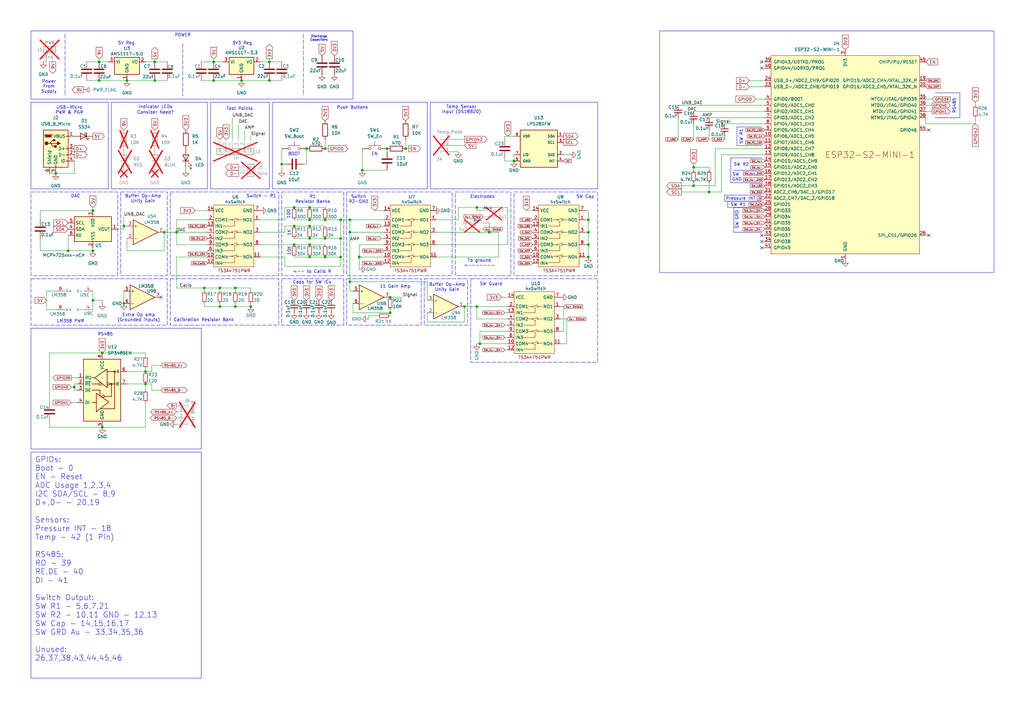
<source format=kicad_sch>
(kicad_sch (version 20231120) (generator "eeschema") (generator_version "8.0")
  (paper "A3")
  (title_block (title "Probe - EEE4022S") (date "2025-08-18") (rev "V1.0") (company "University of Cape Town"))
  (junction (at 143.51 90.17))
  (junction (at 63.5 33.02))
  (junction (at 38.1 102.87))
  (junction (at 147.32 105.41))
  (junction (at 133.35 105.41))
  (junction (at 50.8 124.46))
  (junction (at 284.48 68.58))
  (junction (at 38.1 86.36))
  (junction (at 87.63 25.4))
  (junction (at 83.82 118.11))
  (junction (at 120.65 100.33))
  (junction (at 90.17 118.11))
  (junction (at 50.8 92.71))
  (junction (at 210.82 66.04))
  (junction (at 120.65 92.71))
  (junction (at 139.7 97.79))
  (junction (at 127 97.79))
  (junction (at 190.5 125.73))
  (junction (at 41.91 144.78))
  (junction (at 143.51 95.25))
  (junction (at 127 100.33))
  (junction (at 195.58 125.73))
  (junction (at 30.48 158.75))
  (junction (at 160.02 121.92))
  (junction (at 27.94 102.87))
  (junction (at 120.65 85.09))
  (junction (at 40.64 25.4))
  (junction (at 290.83 78.74))
  (junction (at 166.37 60.96))
  (junction (at 125.73 60.96))
  (junction (at 196.85 140.97))
  (junction (at 96.52 125.73))
  (junction (at 63.5 25.4))
  (junction (at 59.69 152.4))
  (junction (at 241.3 90.17))
  (junction (at 127 90.17))
  (junction (at 67.31 95.25))
  (junction (at 52.07 33.02))
  (junction (at 284.48 76.2))
  (junction (at 38.1 123.19))
  (junction (at 87.63 33.02))
  (junction (at 241.3 95.25))
  (junction (at 127 105.41))
  (junction (at 195.58 85.09))
  (junction (at 127 85.09))
  (junction (at 143.51 115.57))
  (junction (at 148.59 69.85))
  (junction (at 72.39 95.25))
  (junction (at 41.91 175.26))
  (junction (at 110.49 25.4))
  (junction (at 102.87 125.73))
  (junction (at 241.3 100.33))
  (junction (at 160.02 128.27))
  (junction (at 133.35 97.79))
  (junction (at 59.69 157.48))
  (junction (at 127 92.71))
  (junction (at 96.52 118.11))
  (junction (at 133.35 90.17))
  (junction (at 139.7 105.41))
  (junction (at 139.7 90.17))
  (junction (at 158.75 60.96))
  (junction (at 133.35 60.96))
  (junction (at 99.06 33.02))
  (junction (at 241.3 105.41))
  (junction (at 40.64 33.02))
  (junction (at 115.57 67.31))
  (junction (at 200.66 95.25))
  (junction (at 22.86 71.12))
  (junction (at 90.17 125.73))
  (junction (at 110.49 33.02))
  (no_connect (at 312.42 25.4))
  (no_connect (at 381 53.34))
  (no_connect (at 381 96.52))
  (no_connect (at 312.42 27.94))
  (no_connect (at 312.42 99.06))
  (no_connect (at 312.42 96.52))
  (no_connect (at 312.42 101.6))
  (no_connect (at 66.04 121.92))
  (wire (pts (xy 63.5 25.4) (xy 68.58 25.4)))
  (wire (pts (xy 120.65 92.71) (xy 127 92.71)))
  (wire (pts (xy 290.83 68.58) (xy 290.83 69.85)))
  (wire (pts (xy 207.01 143.51) (xy 208.28 143.51)))
  (wire (pts (xy 83.82 124.46) (xy 83.82 125.73)))
  (wire (pts (xy 62.23 160.02) (xy 66.04 160.02)))
  (wire (pts (xy 195.58 140.97) (xy 196.85 140.97)))
  (wire (pts (xy 160.02 127) (xy 160.02 128.27)))
  (wire (pts (xy 279.4 78.74) (xy 290.83 78.74)))
  (wire (pts (xy 382.27 43.18) (xy 379.73 43.18)))
  (wire (pts (xy 59.69 144.78) (xy 59.69 146.05)))
  (wire (pts (xy 59.69 25.4) (xy 63.5 25.4)))
  (polyline (pts (xy 299.72 74.93) (xy 306.07 74.93)))
  (polyline (pts (xy 26.67 13.97) (xy 26.67 39.37)) (stroke (width 0) (type dash)))
  (wire (pts (xy 20.32 144.78) (xy 41.91 144.78)))
  (wire (pts (xy 160.02 128.27) (xy 160.02 129.54)))
  (wire (pts (xy 87.63 33.02) (xy 99.06 33.02)))
  (polyline (pts (xy 299.72 64.77) (xy 299.72 69.85)))
  (wire (pts (xy 379.73 48.26) (xy 379.73 50.8)))
  (wire (pts (xy 38.1 123.19) (xy 38.1 127)))
  (wire (pts (xy 175.26 115.57) (xy 175.26 123.19)))
  (wire (pts (xy 72.39 95.25) (xy 85.09 95.25)))
  (polyline (pts (xy 124.46 13.97) (xy 124.46 39.37)) (stroke (width 0) (type dash)))
  (wire (pts (xy 67.31 95.25) (xy 72.39 95.25)))
  (wire (pts (xy 116.84 109.22) (xy 116.84 105.41)))
  (wire (pts (xy 127 90.17) (xy 133.35 90.17)))
  (wire (pts (xy 120.65 97.79) (xy 127 97.79)))
  (wire (pts (xy 62.23 149.86) (xy 62.23 152.4)))
  (wire (pts (xy 62.23 157.48) (xy 62.23 160.02)))
  (wire (pts (xy 151.13 129.54) (xy 154.94 129.54)))
  (wire (pts (xy 241.3 105.41) (xy 240.03 105.41)))
  (wire (pts (xy 59.69 165.1) (xy 59.69 175.26)))
  (wire (pts (xy 17.78 25.4) (xy 19.05 25.4)))
  (wire (pts (xy 95.25 48.26) (xy 95.25 57.15)))
  (wire (pts (xy 278.13 48.26) (xy 278.13 57.15)))
  (wire (pts (xy 293.37 76.2) (xy 284.48 76.2)))
  (wire (pts (xy 157.48 100.33) (xy 147.32 100.33)))
  (wire (pts (xy 295.91 63.5) (xy 313.69 63.5)))
  (wire (pts (xy 133.35 57.15) (xy 133.35 60.96)))
  (polyline (pts (xy 74.93 17.78) (xy 74.93 39.37)) (stroke (width 0) (type dash)))
  (wire (pts (xy 185.42 59.69) (xy 190.5 59.69)))
  (polyline (pts (xy 302.26 59.69) (xy 312.42 59.69)))
  (wire (pts (xy 52.07 102.87) (xy 52.07 97.79)))
  (wire (pts (xy 41.91 123.19) (xy 38.1 123.19)))
  (polyline (pts (xy 297.18 80.01) (xy 297.18 82.55)))
  (wire (pts (xy 229.87 130.81) (xy 232.41 130.81)))
  (wire (pts (xy 293.37 60.96) (xy 313.69 60.96)))
  (wire (pts (xy 40.64 24.13) (xy 40.64 25.4)))
  (wire (pts (xy 30.48 157.48) (xy 30.48 158.75)))
  (polyline (pts (xy 300.99 69.85) (xy 312.42 69.85)))
  (wire (pts (xy 207.01 128.27) (xy 208.28 128.27)))
  (wire (pts (xy 207.01 138.43) (xy 208.28 138.43)))
  (polyline (pts (xy 306.07 74.93) (xy 312.42 74.93)))
  (wire (pts (xy 195.58 125.73) (xy 208.28 125.73)))
  (polyline (pts (xy 312.42 82.55) (xy 298.45 82.55)))
  (wire (pts (xy 99.06 33.02) (xy 110.49 33.02)))
  (wire (pts (xy 210.82 63.5) (xy 210.82 66.04)))
  (wire (pts (xy 41.91 144.78) (xy 59.69 144.78)))
  (wire (pts (xy 102.87 118.11) (xy 102.87 119.38)))
  (polyline (pts (xy 383.54 38.1) (xy 393.7 38.1)))
  (wire (pts (xy 231.14 63.5) (xy 233.68 63.5)))
  (wire (pts (xy 143.51 90.17) (xy 139.7 90.17)))
  (wire (pts (xy 190.5 125.73) (xy 190.5 132.08)))
  (wire (pts (xy 232.41 130.81) (xy 232.41 140.97)))
  (wire (pts (xy 59.69 152.4) (xy 52.07 152.4)))
  (wire (pts (xy 143.51 115.57) (xy 175.26 115.57)))
  (polyline (pts (xy 312.42 52.07) (xy 302.26 52.07)))
  (wire (pts (xy 312.42 25.4) (xy 313.69 25.4)))
  (wire (pts (xy 72.39 105.41) (xy 85.09 105.41)))
  (wire (pts (xy 16.51 86.36) (xy 38.1 86.36)))
  (polyline (pts (xy 312.42 82.55) (xy 297.18 82.55)))
  (wire (pts (xy 59.69 157.48) (xy 59.69 160.02)))
  (wire (pts (xy 151.13 129.54) (xy 151.13 130.81)))
  (wire (pts (xy 40.64 25.4) (xy 44.45 25.4)))
  (wire (pts (xy 50.8 68.58) (xy 50.8 69.85)))
  (wire (pts (xy 59.69 151.13) (xy 59.69 152.4)))
  (wire (pts (xy 30.48 158.75) (xy 30.48 160.02)))
  (wire (pts (xy 382.27 40.64) (xy 379.73 40.64)))
  (wire (pts (xy 120.65 100.33) (xy 127 100.33)))
  (wire (pts (xy 207.01 55.88) (xy 210.82 55.88)))
  (wire (pts (xy 90.17 124.46) (xy 90.17 125.73)))
  (wire (pts (xy 35.56 33.02) (xy 40.64 33.02)))
  (wire (pts (xy 139.7 97.79) (xy 139.7 105.41)))
  (wire (pts (xy 241.3 90.17) (xy 241.3 95.25)))
  (wire (pts (xy 87.63 25.4) (xy 91.44 25.4)))
  (wire (pts (xy 102.87 55.88) (xy 102.87 57.15)))
  (wire (pts (xy 143.51 90.17) (xy 157.48 90.17)))
  (wire (pts (xy 381 96.52) (xy 379.73 96.52)))
  (wire (pts (xy 139.7 109.22) (xy 116.84 109.22)))
  (wire (pts (xy 50.8 119.38) (xy 50.8 124.46)))
  (wire (pts (xy 147.32 100.33) (xy 147.32 105.41)))
  (polyline (pts (xy 300.99 85.09) (xy 300.99 95.25)))
  (wire (pts (xy 312.42 99.06) (xy 313.69 99.06)))
  (wire (pts (xy 207.01 66.04) (xy 210.82 66.04)))
  (wire (pts (xy 307.34 33.02) (xy 313.69 33.02)))
  (polyline (pts (xy 297.18 80.01) (xy 312.42 80.01)))
  (wire (pts (xy 312.42 96.52) (xy 313.69 96.52)))
  (wire (pts (xy 80.01 86.36) (xy 85.09 86.36)))
  (wire (pts (xy 41.91 123.19) (xy 41.91 124.46)))
  (wire (pts (xy 30.48 71.12) (xy 22.86 71.12)))
  (wire (pts (xy 187.96 90.17) (xy 187.96 85.09)))
  (polyline (pts (xy 312.42 85.09) (xy 298.45 85.09)))
  (wire (pts (xy 106.68 25.4) (xy 110.49 25.4)))
  (wire (pts (xy 133.35 90.17) (xy 139.7 90.17)))
  (wire (pts (xy 110.49 33.02) (xy 115.57 33.02)))
  (wire (pts (xy 106.68 100.33) (xy 120.65 100.33)))
  (wire (pts (xy 279.4 76.2) (xy 284.48 76.2)))
  (wire (pts (xy 297.18 55.88) (xy 297.18 57.15)))
  (wire (pts (xy 312.42 101.6) (xy 313.69 101.6)))
  (wire (pts (xy 148.59 60.96) (xy 148.59 69.85)))
  (wire (pts (xy 240.03 86.36) (xy 241.3 86.36)))
  (polyline (pts (xy 299.72 69.85) (xy 299.72 69.85)))
  (wire (pts (xy 20.32 172.72) (xy 20.32 175.26)))
  (polyline (pts (xy 393.7 38.1) (xy 393.7 48.26)))
  (wire (pts (xy 312.42 27.94) (xy 313.69 27.94)))
  (wire (pts (xy 83.82 119.38) (xy 83.82 118.11)))
  (wire (pts (xy 29.21 165.1) (xy 31.75 165.1)))
  (wire (pts (xy 22.86 127) (xy 19.05 127)))
  (wire (pts (xy 200.66 91.44) (xy 198.12 91.44)))
  (wire (pts (xy 52.07 33.02) (xy 63.5 33.02)))
  (wire (pts (xy 29.21 158.75) (xy 30.48 158.75)))
  (wire (pts (xy 400.05 48.26) (xy 400.05 50.8)))
  (wire (pts (xy 127 105.41) (xy 133.35 105.41)))
  (wire (pts (xy 38.1 102.87) (xy 38.1 101.6)))
  (wire (pts (xy 241.3 100.33) (xy 241.3 105.41)))
  (wire (pts (xy 38.1 85.09) (xy 38.1 86.36)))
  (wire (pts (xy 72.39 95.25) (xy 72.39 100.33)))
  (polyline (pts (xy 298.45 82.55) (xy 298.45 85.09)))
  (wire (pts (xy 143.51 95.25) (xy 157.48 95.25)))
  (wire (pts (xy 241.3 86.36) (xy 241.3 90.17)))
  (wire (pts (xy 16.51 90.17) (xy 16.51 86.36)))
  (wire (pts (xy 205.74 121.92) (xy 208.28 121.92)))
  (wire (pts (xy 284.48 74.93) (xy 284.48 76.2)))
  (wire (pts (xy 179.07 105.41) (xy 204.47 105.41)))
  (wire (pts (xy 20.32 175.26) (xy 41.91 175.26)))
  (wire (pts (xy 90.17 125.73) (xy 96.52 125.73)))
  (wire (pts (xy 200.66 95.25) (xy 204.47 95.25)))
  (wire (pts (xy 96.52 119.38) (xy 96.52 118.11)))
  (wire (pts (xy 166.37 60.96) (xy 167.64 60.96)))
  (wire (pts (xy 127 92.71) (xy 133.35 92.71)))
  (wire (pts (xy 200.66 91.44) (xy 200.66 95.25)))
  (wire (pts (xy 82.55 25.4) (xy 87.63 25.4)))
  (wire (pts (xy 158.75 62.23) (xy 158.75 60.96)))
  (wire (pts (xy 120.65 85.09) (xy 127 85.09)))
  (wire (pts (xy 110.49 25.4) (xy 115.57 25.4)))
  (wire (pts (xy 133.35 105.41) (xy 139.7 105.41)))
  (wire (pts (xy 240.03 100.33) (xy 241.3 100.33)))
  (wire (pts (xy 284.48 68.58) (xy 290.83 68.58)))
  (wire (pts (xy 90.17 118.11) (xy 96.52 118.11)))
  (wire (pts (xy 133.35 97.79) (xy 139.7 97.79)))
  (wire (pts (xy 120.65 105.41) (xy 127 105.41)))
  (wire (pts (xy 127 100.33) (xy 133.35 100.33)))
  (polyline (pts (xy 302.26 52.07) (xy 302.26 59.69)))
  (wire (pts (xy 66.04 149.86) (xy 62.23 149.86)))
  (wire (pts (xy 20.32 71.12) (xy 22.86 71.12)))
  (wire (pts (xy 175.26 132.08) (xy 190.5 132.08)))
  (wire (pts (xy 290.83 74.93) (xy 290.83 78.74)))
  (wire (pts (xy 116.84 85.09) (xy 120.65 85.09)))
  (wire (pts (xy 143.51 115.57) (xy 143.51 119.38)))
  (wire (pts (xy 293.37 60.96) (xy 293.37 76.2)))
  (wire (pts (xy 116.84 95.25) (xy 116.84 92.71)))
  (wire (pts (xy 115.57 67.31) (xy 116.84 67.31)))
  (wire (pts (xy 27.94 102.87) (xy 38.1 102.87)))
  (wire (pts (xy 97.79 50.8) (xy 97.79 57.15)))
  (wire (pts (xy 116.84 92.71) (xy 120.65 92.71)))
  (wire (pts (xy 307.34 35.56) (xy 313.69 35.56)))
  (wire (pts (xy 72.39 105.41) (xy 72.39 118.11)))
  (wire (pts (xy 85.09 100.33) (xy 72.39 100.33)))
  (wire (pts (xy 96.52 125.73) (xy 102.87 125.73)))
  (wire (pts (xy 147.32 105.41) (xy 147.32 110.49)))
  (wire (pts (xy 240.03 95.25) (xy 241.3 95.25)))
  (wire (pts (xy 76.2 68.58) (xy 76.2 69.85)))
  (wire (pts (xy 110.49 24.13) (xy 110.49 25.4)))
  (wire (pts (xy 207.01 57.15) (xy 207.01 55.88)))
  (wire (pts (xy 190.5 125.73) (xy 195.58 125.73)))
  (wire (pts (xy 124.46 67.31) (xy 125.73 67.31)))
  (wire (pts (xy 157.48 97.79) (xy 156.21 97.79)))
  (wire (pts (xy 208.28 135.89) (xy 196.85 135.89)))
  (wire (pts (xy 179.07 100.33) (xy 208.28 100.33)))
  (wire (pts (xy 67.31 102.87) (xy 52.07 102.87)))
  (wire (pts (xy 143.51 119.38) (xy 144.78 119.38)))
  (wire (pts (xy 143.51 90.17) (xy 143.51 95.25)))
  (wire (pts (xy 85.09 102.87) (xy 85.09 104.14)))
  (polyline (pts (xy 300.99 95.25) (xy 312.42 95.25)))
  (wire (pts (xy 196.85 135.89) (xy 196.85 140.97)))
  (wire (pts (xy 295.91 78.74) (xy 290.83 78.74)))
  (wire (pts (xy 175.26 128.27) (xy 175.26 132.08)))
  (wire (pts (xy 160.02 121.92) (xy 165.1 121.92)))
  (polyline (pts (xy 383.54 48.26) (xy 393.7 48.26)))
  (wire (pts (xy 196.85 140.97) (xy 208.28 140.97)))
  (wire (pts (xy 102.87 125.73) (xy 102.87 124.46)))
  (wire (pts (xy 379.73 50.8) (xy 400.05 50.8)))
  (wire (pts (xy 30.48 157.48) (xy 31.75 157.48)))
  (wire (pts (xy 59.69 157.48) (xy 52.07 157.48)))
  (wire (pts (xy 278.13 43.18) (xy 313.69 43.18)))
  (wire (pts (xy 284.48 67.31) (xy 284.48 68.58)))
  (wire (pts (xy 215.9 86.36) (xy 218.44 86.36)))
  (wire (pts (xy 40.64 33.02) (xy 52.07 33.02)))
  (wire (pts (xy 284.48 45.72) (xy 313.69 45.72)))
  (wire (pts (xy 30.48 160.02) (xy 31.75 160.02)))
  (wire (pts (xy 67.31 95.25) (xy 67.31 102.87)))
  (wire (pts (xy 38.1 123.19) (xy 38.1 119.38)))
  (wire (pts (xy 48.26 93.98) (xy 50.8 93.98)))
  (wire (pts (xy 83.82 125.73) (xy 90.17 125.73)))
  (wire (pts (xy 157.48 92.71) (xy 156.21 92.71)))
  (wire (pts (xy 231.14 125.73) (xy 231.14 135.89)))
  (wire (pts (xy 297.18 50.8) (xy 313.69 50.8)))
  (wire (pts (xy 153.67 86.36) (xy 157.48 86.36)))
  (wire (pts (xy 16.51 97.79) (xy 16.51 102.87)))
  (wire (pts (xy 143.51 95.25) (xy 143.51 115.57)))
  (wire (pts (xy 106.68 90.17) (xy 116.84 90.17)))
  (wire (pts (xy 102.87 118.11) (xy 96.52 118.11)))
  (wire (pts (xy 295.91 63.5) (xy 295.91 78.74)))
  (wire (pts (xy 90.17 119.38) (xy 90.17 118.11)))
  (wire (pts (xy 106.68 105.41) (xy 116.84 105.41)))
  (wire (pts (xy 185.42 57.15) (xy 190.5 57.15)))
  (wire (pts (xy 96.52 125.73) (xy 96.52 124.46)))
  (wire (pts (xy 29.21 154.94) (xy 31.75 154.94)))
  (wire (pts (xy 240.03 90.17) (xy 241.3 90.17)))
  (wire (pts (xy 115.57 69.85) (xy 115.57 67.31)))
  (wire (pts (xy 125.73 60.96) (xy 125.73 67.31)))
  (wire (pts (xy 50.8 88.9) (xy 50.8 92.71)))
  (wire (pts (xy 195.58 86.36) (xy 195.58 85.09)))
  (wire (pts (xy 284.48 69.85) (xy 284.48 68.58)))
  (wire (pts (xy 198.12 86.36) (xy 195.58 86.36)))
  (wire (pts (xy 207.01 133.35) (xy 208.28 133.35)))
  (wire (pts (xy 284.48 50.8) (xy 284.48 57.15)))
  (wire (pts (xy 309.88 40.64) (xy 313.69 40.64)))
  (wire (pts (xy 139.7 105.41) (xy 139.7 109.22)))
  (wire (pts (xy 204.47 95.25) (xy 204.47 105.41)))
  (polyline (pts (xy 299.72 69.85) (xy 299.72 74.93)))
  (wire (pts (xy 241.3 95.25) (xy 241.3 100.33)))
  (wire (pts (xy 195.58 125.73) (xy 195.58 130.81)))
  (wire (pts (xy 63.5 68.58) (xy 63.5 69.85)))
  (wire (pts (xy 50.8 92.71) (xy 52.07 92.71)))
  (wire (pts (xy 179.07 86.36) (xy 177.8 86.36)))
  (wire (pts (xy 290.83 48.26) (xy 313.69 48.26)))
  (wire (pts (xy 16.51 102.87) (xy 27.94 102.87)))
  (wire (pts (xy 35.56 25.4) (xy 40.64 25.4)))
  (wire (pts (xy 400.05 41.91) (xy 400.05 43.18)))
  (wire (pts (xy 144.78 124.46) (xy 144.78 128.27)))
  (wire (pts (xy 50.8 92.71) (xy 50.8 93.98)))
  (wire (pts (xy 63.5 33.02) (xy 68.58 33.02)))
  (wire (pts (xy 82.55 33.02) (xy 87.63 33.02)))
  (wire (pts (xy 115.57 67.31) (xy 115.57 60.96)))
  (wire (pts (xy 208.28 85.09) (xy 208.28 100.33)))
  (wire (pts (xy 62.23 152.4) (xy 59.69 152.4)))
  (wire (pts (xy 133.35 60.96) (xy 134.62 60.96)))
  (polyline (pts (xy 312.42 64.77) (xy 299.72 64.77)))
  (wire (pts (xy 63.5 24.13) (xy 63.5 25.4)))
  (wire (pts (xy 179.07 90.17) (xy 187.96 90.17)))
  (wire (pts (xy 166.37 57.15) (xy 166.37 60.96)))
  (wire (pts (xy 85.09 90.17) (xy 72.39 90.17)))
  (wire (pts (xy 229.87 125.73) (xy 231.14 125.73)))
  (wire (pts (xy 148.59 69.85) (xy 158.75 69.85)))
  (wire (pts (xy 120.65 90.17) (xy 127 90.17)))
  (wire (pts (xy 232.41 140.97) (xy 229.87 140.97)))
  (wire (pts (xy 187.96 85.09) (xy 195.58 85.09)))
  (wire (pts (xy 116.84 90.17) (xy 116.84 85.09)))
  (wire (pts (xy 290.83 53.34) (xy 290.83 57.15)))
  (polyline (pts (xy 312.42 85.09) (xy 300.99 85.09)))
  (wire (pts (xy 144.78 128.27) (xy 160.02 128.27)))
  (wire (pts (xy 147.32 105.41) (xy 157.48 105.41)))
  (wire (pts (xy 195.58 85.09) (xy 208.28 85.09)))
  (wire (pts (xy 72.39 90.17) (xy 72.39 95.25)))
  (wire (pts (xy 127 85.09) (xy 133.35 85.09)))
  (wire (pts (xy 106.68 95.25) (xy 116.84 95.25)))
  (wire (pts (xy 127 97.79) (xy 133.35 97.79)))
  (wire (pts (xy 231.14 135.89) (xy 229.87 135.89)))
  (wire (pts (xy 59.69 175.26) (xy 41.91 175.26)))
  (wire (pts (xy 139.7 90.17) (xy 139.7 97.79)))
  (wire (pts (xy 83.82 118.11) (xy 90.17 118.11)))
  (wire (pts (xy 381 53.34) (xy 379.73 53.34)))
  (wire (pts (xy 382.27 45.72) (xy 379.73 45.72)))
  (wire (pts (xy 19.05 119.38) (xy 22.86 119.38)))
  (wire (pts (xy 30.48 66.04) (xy 30.48 71.12)))
  (wire (pts (xy 72.39 118.11) (xy 83.82 118.11)))
  (wire (pts (xy 195.58 130.81) (xy 208.28 130.81)))
  (wire (pts (xy 207.01 64.77) (xy 207.01 66.04)))
  (wire (pts (xy 179.07 95.25) (xy 200.66 95.25)))
  (wire (pts (xy 185.42 62.23) (xy 187.96 62.23)))
  (wire (pts (xy 100.33 53.34) (xy 100.33 57.15)))
  (wire (pts (xy 87.63 24.13) (xy 87.63 25.4)))
  (wire (pts (xy 20.32 165.1) (xy 20.32 144.78)))
  (wire (pts (xy 19.05 119.38) (xy 19.05 127)))
  (wire (pts (xy 27.94 96.52) (xy 27.94 102.87)))
  (wire (pts (xy 59.69 157.48) (xy 62.23 157.48)))
  (rectangle (start 69.85 114.3) (end 114.3 133.35) (stroke (width 0) (type dash)))
  (rectangle (start 173.99 114.3) (end 191.77 133.35) (stroke (width 0) (type dash)))
  (rectangle (start 12.7 12.7) (end 144.78 40.64))
  (rectangle (start 12.7 41.91) (end 44.45 77.47))
  (rectangle (start 115.57 114.3) (end 140.97 133.35) (stroke (width 0) (type dash)))
  (rectangle (start 270.51 12.7) (end 407.67 111.76))
  (rectangle (start 86.36 41.91) (end 110.49 77.47))
  (rectangle (start 115.57 78.74) (end 140.97 113.03) (stroke (width 0) (type dash)))
  (rectangle (start 12.7 114.3) (end 68.58 133.35) (stroke (width 0) (type dash)))
  (rectangle (start 69.85 78.74) (end 114.3 113.03) (stroke (width 0) (type dash)))
  (rectangle (start 49.53 78.74) (end 68.58 113.03) (stroke (width 0) (type dash)))
  (rectangle (start 45.72 41.91) (end 85.09 77.47))
  (rectangle (start 111.76 41.91) (end 175.26 77.47))
  (rectangle (start 176.53 41.91) (end 245.11 77.47))
  (rectangle (start 186.69 78.74) (end 209.55 113.03) (stroke (width 0) (type dash)))
  (rectangle (start 210.82 78.74) (end 245.11 113.03) (stroke (width 0) (type dash)))
  (rectangle (start 142.24 78.74) (end 185.42 113.03) (stroke (width 0) (type dash)))
  (rectangle (start 142.24 114.3) (end 172.72 133.35) (stroke (width 0) (type dash)))
  (rectangle (start 12.7 78.74) (end 48.26 113.03) (stroke (width 0) (type dash)))
  (rectangle (start 193.04 114.3) (end 245.11 148.59) (stroke (width 0) (type dash)))
  (rectangle (start 12.7 134.62) (end 82.55 184.15))
  (text_box "GPIOs:\nBoot - 0\nEN - Reset\nADC Usage 1,2,3,4\nI2C SDA/SCL - 8,9\nD+,D- - 20,19\n\nSensors:\nPressure INT - 18\nTemp - 42 (1 Pin)\n\nRS485:\nRO - 39\nRE,DE - 40\nDI - 41\n\nSwitch Output:\nSW R1 - 5,6,7,21\nSW R2 - 10,11 GND - 12,13\nSW Cap - 14,15,16,17\nSW GRD Au - 33,34,35,36\n\nUnused:\n26,37,38,43,44,45,46\n\n" (at 12.7 185.42 0) (size 69.85 92.71) (effects (font (size 2.2 2.2)) (justify left top)))
  (text "Extra Op amp\n(Grounded inputs)" (at 56.896 130.302 0) (effects (font (size 1.27 1.27))))
  (text "Switch - R1" (at 107.188 80.518 0) (effects (font (size 1.27 1.27))))
  (text "Calibration Resistor Bank\n" (at 83.566 131.318 0) (effects (font (size 1.27 1.27))))
  (text "BOOT\n" (at 120.65 63.246 0) (effects (font (size 1.27 1.27))))
  (text "SW R1" (at 302.768 84.074 0) (effects (font (size 1.27 1.27))))
  (text "Test Points" (at 98.298 44.704 0) (effects (font (size 1.27 1.27))))
  (text "5V Reg" (at 51.816 17.78 0) (effects (font (size 1.27 1.27))))
  (text "Pressure INT" (at 303.784 81.534 0) (effects (font (size 1.27 1.27))))
  (text "POWER\n" (at 74.93 14.478 0) (effects (font (size 1.27 1.27))))
  (text "SW \nGND" (at 302.26 72.644 0) (effects (font (size 1.27 1.27))))
  (text "Discharge\nCapacitors" (at 130.81 15.748 0) (effects (font (size 0.889 0.889))))
  (text "SW Cap" (at 240.03 80.772 0) (effects (font (size 1.27 1.27))))
  (text "3V3 Reg" (at 99.314 17.78 0) (effects (font (size 1.27 1.27))))
  (text "LM358 PWR" (at 28.956 131.826 0) (effects (font (size 1.27 1.27))))
  (text "USB-Micro\nPWR & PGR" (at 28.448 45.212 0) (effects (font (size 1.27 1.27))))
  (text "To ground\n<-------" (at 196.596 107.95 0) (effects (font (size 1.27 1.27))))
  (text "Push Buttons" (at 144.526 44.196 0) (effects (font (size 1.27 1.27))))
  (text "SW R2" (at 304.038 67.564 0) (effects (font (size 1.27 1.27))))
  (text "DAC" (at 30.988 80.518 0) (effects (font (size 1.27 1.27))))
  (text "Consider Need?" (at 63.754 46.228 0) (effects (font (size 1.27 1.27))))
  (text "1K\n" (at 118.618 95.504 90) (effects (font (size 1.27 1.27))))
  (text "SW R1" (at 304.038 56.134 90) (effects (font (size 1.27 1.27))))
  (text "10K" (at 118.618 102.87 90) (effects (font (size 1.27 1.27))))
  (text "SW GRD" (at 302.26 90.17 90) (effects (font (size 1.27 1.27))))
  (text "Electrodes" (at 197.866 80.772 0) (effects (font (size 1.27 1.27))))
  (text "RS485" (at 43.18 137.16 0) (effects (font (size 1.27 1.27))))
  (text "Buffer Op-Amp\nUnity Gain" (at 183.388 117.856 0) (effects (font (size 1.27 1.27))))
  (text "Temp Sensor\nInput (DS18B20)" (at 189.23 44.958 0) (effects (font (size 1.27 1.27))))
  (text "100" (at 118.364 87.884 90) (effects (font (size 1.27 1.27))))
  (text "Indicator LEDs" (at 63.754 43.942 0) (effects (font (size 1.27 1.27))))
  (text "Switch\nR2-GND" (at 147.066 81.788 0) (effects (font (size 1.27 1.27))))
  (text "SW Guard" (at 201.422 116.586 0) (effects (font (size 1.27 1.27))))
  (text "Buffer Op-Amp\nUnity Gain" (at 58.674 81.534 0) (effects (font (size 1.27 1.27))))
  (text "Caps for SW ICs" (at 128.016 115.824 0) (effects (font (size 1.27 1.27))))
  (text "<-- to Calib R" (at 128.016 111.506 0) (effects (font (size 1.27 1.27))))
  (text "Power\nFrom\nSupply" (at 20.066 35.56 0) (effects (font (size 1.27 1.27))))
  (text "RS485" (at 391.414 43.434 90) (effects (font (size 1.27 1.27))))
  (text "EN" (at 153.67 63.246 0) (effects (font (size 1.27 1.27))))
  (text "11 Gain Amp\n" (at 162.052 117.602 0) (effects (font (size 1.27 1.27))))
  (text "R1\nResistor Banks\n" (at 128.27 81.788 0) (effects (font (size 1.27 1.27))))
  (label "Au-" (at 198.12 91.44 180))
  (label "AMP" (at 100.33 53.34 0))
  (label "AMP" (at 143.51 99.06 0))
  (label "AMP" (at 292.1 48.26 180))
  (label "Signal" (at 102.87 55.88 0))
  (label "Au+" (at 198.12 86.36 0))
  (label "DAC" (at 285.75 45.72 180))
  (label "Calib" (at 73.66 118.11 0))
  (label "DAC" (at 72.39 95.25 0))
  (label "UNB_DAC" (at 288.29 43.18 180))
  (label "Signal" (at 299.72 50.8 180))
  (label "UNB_DAC" (at 95.25 48.26 0))
  (label "Signal" (at 165.1 121.92 0))
  (label "DAC" (at 97.79 50.8 0))
  (label "UNB_DAC" (at 50.8 88.9 0))
  (global_label "SW_Au+" (shape input) (at 156.21 92.71 180) (effects (font (size 0.762 0.762))) (property "Intersheetrefs" "${INTERSHEET_REFS}" (effects (hide yes))))
  (global_label "GPIO0" (shape input) (at 309.88 40.64 180) (property "Intersheetrefs" "${INTERSHEET_REFS}" (effects (hide yes))))
  (global_label "C_DAC" (shape input) (at 284.48 57.15 180) (effects (font (size 0.762 0.762))) (property "Intersheetrefs" "${INTERSHEET_REFS}" (effects (hide yes))))
  (global_label "5V" (shape input) (at 19.05 123.19 180) (property "Intersheetrefs" "${INTERSHEET_REFS}" (effects (hide yes))))
  (global_label "GPIO40" (shape input) (at 29.21 158.75 180) (effects (font (size 1.016 1.016))) (property "Intersheetrefs" "${INTERSHEET_REFS}" (effects (hide yes))))
  (global_label "SDA" (shape output) (at 231.14 55.88 0) (property "Intersheetrefs" "${INTERSHEET_REFS}" (effects (hide yes))))
  (global_label "SCL" (shape output) (at 231.14 58.42 0) (property "Intersheetrefs" "${INTERSHEET_REFS}" (effects (hide yes))))
  (global_label "SW_R1_10K" (shape input) (at 313.69 58.42 180) (effects (font (size 0.762 0.762))) (property "Intersheetrefs" "${INTERSHEET_REFS}" (effects (hide yes))))
  (global_label "D+" (shape input) (at 307.34 33.02 180) (property "Intersheetrefs" "${INTERSHEET_REFS}" (effects (hide yes))))
  (global_label "3V3" (shape input) (at 208.28 55.88 90) (property "Intersheetrefs" "${INTERSHEET_REFS}" (effects (hide yes))))
  (global_label "SW_R1_100" (shape input) (at 313.69 53.34 180) (effects (font (size 0.762 0.762))) (property "Intersheetrefs" "${INTERSHEET_REFS}" (effects (hide yes))))
  (global_label "Au+ Shield" (shape input) (at 231.14 125.73 0) (effects (font (size 0.762 0.762))) (property "Intersheetrefs" "${INTERSHEET_REFS}" (effects (hide yes))))
  (global_label "3V3" (shape input) (at 346.71 20.32 90) (property "Intersheetrefs" "${INTERSHEET_REFS}" (effects (hide yes))))
  (global_label "3V3" (shape input) (at 400.05 41.91 90) (property "Intersheetrefs" "${INTERSHEET_REFS}" (effects (hide yes))))
  (global_label "3V3" (shape input) (at 284.48 67.31 90) (property "Intersheetrefs" "${INTERSHEET_REFS}" (effects (hide yes))))
  (global_label "D+" (shape output) (at 30.48 60.96 0) (property "Intersheetrefs" "${INTERSHEET_REFS}" (effects (hide yes))))
  (global_label "SW_Au-_SH-" (shape input) (at 313.69 93.98 180) (effects (font (size 0.762 0.762))) (property "Intersheetrefs" "${INTERSHEET_REFS}" (effects (hide yes))))
  (global_label "SW_Au+_GND" (shape input) (at 157.48 102.87 180) (effects (font (size 0.762 0.762))) (property "Intersheetrefs" "${INTERSHEET_REFS}" (effects (hide yes))))
  (global_label "5V" (shape input) (at 190.5 59.69 0) (property "Intersheetrefs" "${INTERSHEET_REFS}" (effects (hide yes))))
  (global_label "SW_Au+_SH+" (shape input) (at 207.01 128.27 180) (effects (font (size 0.762 0.762))) (property "Intersheetrefs" "${INTERSHEET_REFS}" (effects (hide yes))))
  (global_label "3V3" (shape input) (at 120.65 123.19 90) (property "Intersheetrefs" "${INTERSHEET_REFS}" (effects (hide yes))))
  (global_label "5V" (shape input) (at 90.17 57.15 90) (property "Intersheetrefs" "${INTERSHEET_REFS}" (effects (hide yes))))
  (global_label "EN" (shape output) (at 167.64 60.96 0) (property "Intersheetrefs" "${INTERSHEET_REFS}" (effects (hide yes))))
  (global_label "SW_Au+" (shape input) (at 313.69 66.04 180) (effects (font (size 0.762 0.762))) (property "Intersheetrefs" "${INTERSHEET_REFS}" (effects (hide yes))))
  (global_label "C_AMP" (shape input) (at 290.83 57.15 180) (effects (font (size 0.762 0.762))) (property "Intersheetrefs" "${INTERSHEET_REFS}" (effects (hide yes))))
  (global_label "SCL" (shape output) (at 279.4 78.74 180) (property "Intersheetrefs" "${INTERSHEET_REFS}" (effects (hide yes))))
  (global_label "3V3" (shape input) (at 205.74 121.92 180) (property "Intersheetrefs" "${INTERSHEET_REFS}" (effects (hide yes))))
  (global_label "SW_Au+_SH-" (shape input) (at 207.01 138.43 180) (effects (font (size 0.762 0.762))) (property "Intersheetrefs" "${INTERSHEET_REFS}" (effects (hide yes))))
  (global_label "3V3" (shape input) (at 215.9 86.36 90) (property "Intersheetrefs" "${INTERSHEET_REFS}" (effects (hide yes))))
  (global_label "SW_R1_100" (shape input) (at 85.09 92.71 180) (effects (font (size 0.762 0.762))) (property "Intersheetrefs" "${INTERSHEET_REFS}" (effects (hide yes))))
  (global_label "C_SGN" (shape input) (at 297.18 57.15 180) (effects (font (size 0.762 0.762))) (property "Intersheetrefs" "${INTERSHEET_REFS}" (effects (hide yes))))
  (global_label "RS485_B-" (shape bidirectional) (at 66.04 160.02 0) (effects (font (size 1.016 1.016))) (property "Intersheetrefs" "${INTERSHEET_REFS}" (effects (hide yes))))
  (global_label "9V" (shape output) (at 72.39 166.37 180) (effects (font (size 1.016 1.016))) (property "Intersheetrefs" "${INTERSHEET_REFS}" (effects (hide yes))))
  (global_label "D-" (shape output) (at 30.48 63.5 0) (property "Intersheetrefs" "${INTERSHEET_REFS}" (effects (hide yes))))
  (global_label "9V" (shape input) (at 50.8 53.34 90) (property "Intersheetrefs" "${INTERSHEET_REFS}" (effects (hide yes))))
  (global_label "3V3" (shape input) (at 125.73 123.19 90) (property "Intersheetrefs" "${INTERSHEET_REFS}" (effects (hide yes))))
  (global_label "GPIO42" (shape output) (at 190.5 57.15 0) (property "Intersheetrefs" "${INTERSHEET_REFS}" (effects (hide yes))))
  (global_label "GPIO0" (shape output) (at 134.62 60.96 0) (property "Intersheetrefs" "${INTERSHEET_REFS}" (effects (hide yes))))
  (global_label "3V3" (shape input) (at 76.2 53.34 90) (property "Intersheetrefs" "${INTERSHEET_REFS}" (effects (hide yes))))
  (global_label "SDA" (shape output) (at 279.4 76.2 180) (property "Intersheetrefs" "${INTERSHEET_REFS}" (effects (hide yes))))
  (global_label "9V" (shape output) (at 21.59 25.4 270) (property "Intersheetrefs" "${INTERSHEET_REFS}" (effects (hide yes))))
  (global_label "C_UBD" (shape input) (at 278.13 57.15 180) (effects (font (size 0.762 0.762))) (property "Intersheetrefs" "${INTERSHEET_REFS}" (effects (hide yes))))
  (global_label "SW_SGN" (shape input) (at 313.69 78.74 180) (effects (font (size 0.762 0.762))) (property "Intersheetrefs" "${INTERSHEET_REFS}" (effects (hide yes))))
  (global_label "SW_AMP" (shape input) (at 218.44 102.87 180) (effects (font (size 0.762 0.762))) (property "Intersheetrefs" "${INTERSHEET_REFS}" (effects (hide yes))))
  (global_label "RS485_B-" (shape bidirectional) (at 72.39 171.45 180) (effects (font (size 1.016 1.016))) (property "Intersheetrefs" "${INTERSHEET_REFS}" (effects (hide yes))))
  (global_label "SW_Au-_SH+" (shape input) (at 207.01 133.35 180) (effects (font (size 0.762 0.762))) (property "Intersheetrefs" "${INTERSHEET_REFS}" (effects (hide yes))))
  (global_label "SDA" (shape input) (at 27.94 93.98 180) (property "Intersheetrefs" "${INTERSHEET_REFS}" (effects (hide yes))))
  (global_label "5V" (shape input) (at 63.5 53.34 90) (property "Intersheetrefs" "${INTERSHEET_REFS}" (effects (hide yes))))
  (global_label "SCL" (shape input) (at 27.94 91.44 180) (property "Intersheetrefs" "${INTERSHEET_REFS}" (effects (hide yes))))
  (global_label "SW_Calib" (shape input) (at 85.09 107.95 180) (effects (font (size 0.762 0.762))) (property "Intersheetrefs" "${INTERSHEET_REFS}" (effects (hide yes))))
  (global_label "3V3" (shape input) (at 41.91 144.78 90) (property "Intersheetrefs" "${INTERSHEET_REFS}" (effects (hide yes))))
  (global_label "3V3" (shape input) (at 130.81 123.19 90) (property "Intersheetrefs" "${INTERSHEET_REFS}" (effects (hide yes))))
  (global_label "SW_R1_10K" (shape input) (at 85.09 104.14 180) (effects (font (size 0.762 0.762))) (property "Intersheetrefs" "${INTERSHEET_REFS}" (effects (hide yes))))
  (global_label "3V3" (shape input) (at 92.71 57.15 90) (property "Intersheetrefs" "${INTERSHEET_REFS}" (effects (hide yes))))
  (global_label "SW_Au-_SH+" (shape input) (at 313.69 88.9 180) (effects (font (size 0.762 0.762))) (property "Intersheetrefs" "${INTERSHEET_REFS}" (effects (hide yes))))
  (global_label "5V" (shape output) (at 38.1 55.88 0) (property "Intersheetrefs" "${INTERSHEET_REFS}" (effects (hide yes))))
  (global_label "SW_R1_1K" (shape input) (at 85.09 97.79 180) (effects (font (size 0.762 0.762))) (property "Intersheetrefs" "${INTERSHEET_REFS}" (effects (hide yes))))
  (global_label "SW_SGN" (shape input) (at 218.44 107.95 180) (effects (font (size 0.762 0.762))) (property "Intersheetrefs" "${INTERSHEET_REFS}" (effects (hide yes))))
  (global_label "SW_DAC" (shape input) (at 379.73 33.02 0) (effects (font (size 0.762 0.762))) (property "Intersheetrefs" "${INTERSHEET_REFS}" (effects (hide yes))))
  (global_label "D-" (shape input) (at 307.34 35.56 180) (property "Intersheetrefs" "${INTERSHEET_REFS}" (effects (hide yes))))
  (global_label "5V" (shape output) (at 63.5 24.13 90) (property "Intersheetrefs" "${INTERSHEET_REFS}" (effects (hide yes))))
  (global_label "5V" (shape input) (at 87.63 24.13 90) (property "Intersheetrefs" "${INTERSHEET_REFS}" (effects (hide yes))))
  (global_label "GPIO41" (shape output) (at 382.27 45.72 0) (effects (font (size 1.016 1.016))) (property "Intersheetrefs" "${INTERSHEET_REFS}" (effects (hide yes))))
  (global_label "D-" (shape output) (at 97.79 71.12 180) (property "Intersheetrefs" "${INTERSHEET_REFS}" (effects (hide yes))))
  (global_label "5V" (shape input) (at 132.08 22.86 90) (property "Intersheetrefs" "${INTERSHEET_REFS}" (effects (hide yes))))
  (global_label "SW_Calib" (shape input) (at 313.69 83.82 180) (effects (font (size 0.762 0.762))) (property "Intersheetrefs" "${INTERSHEET_REFS}" (effects (hide yes))))
  (global_label "GPIO42" (shape input) (at 400.05 50.8 270) (property "Intersheetrefs" "${INTERSHEET_REFS}" (effects (hide yes))))
  (global_label "C_AMP" (shape input) (at 218.44 100.33 180) (effects (font (size 0.762 0.762))) (property "Intersheetrefs" "${INTERSHEET_REFS}" (effects (hide yes))))
  (global_label "RS485_A+" (shape bidirectional) (at 66.04 149.86 0) (effects (font (size 1.016 1.016))) (property "Intersheetrefs" "${INTERSHEET_REFS}" (effects (hide yes))))
  (global_label "GPIO41" (shape input) (at 29.21 165.1 180) (effects (font (size 1.016 1.016))) (property "Intersheetrefs" "${INTERSHEET_REFS}" (effects (hide yes))))
  (global_label "D+" (shape output) (at 97.79 68.58 180) (property "Intersheetrefs" "${INTERSHEET_REFS}" (effects (hide yes))))
  (global_label "SW_Au+_SH+" (shape input) (at 313.69 86.36 180) (effects (font (size 0.762 0.762))) (property "Intersheetrefs" "${INTERSHEET_REFS}" (effects (hide yes))))
  (global_label "SW_DAC" (shape input) (at 218.44 97.79 180) (effects (font (size 0.762 0.762))) (property "Intersheetrefs" "${INTERSHEET_REFS}" (effects (hide yes))))
  (global_label "3V3" (shape input) (at 166.37 49.53 90) (property "Intersheetrefs" "${INTERSHEET_REFS}" (effects (hide yes))))
  (global_label "Au+ Shield" (shape input) (at 198.12 88.9 180) (effects (font (size 0.762 0.762))) (property "Intersheetrefs" "${INTERSHEET_REFS}" (effects (hide yes))))
  (global_label "9V" (shape input) (at 40.64 24.13 90) (property "Intersheetrefs" "${INTERSHEET_REFS}" (effects (hide yes))))
  (global_label "3V3" (shape output) (at 110.49 24.13 90) (property "Intersheetrefs" "${INTERSHEET_REFS}" (effects (hide yes))))
  (global_label "Au- Shield" (shape input) (at 198.12 93.98 0) (effects (font (size 0.762 0.762))) (property "Intersheetrefs" "${INTERSHEET_REFS}" (effects (hide yes))))
  (global_label "SW_Au+_SH-" (shape input) (at 313.69 91.44 180) (effects (font (size 0.762 0.762))) (property "Intersheetrefs" "${INTERSHEET_REFS}" (effects (hide yes))))
  (global_label "GPIO39" (shape input) (at 382.27 40.64 0) (effects (font (size 1.016 1.016))) (property "Intersheetrefs" "${INTERSHEET_REFS}" (effects (hide yes))))
  (global_label "C_DAC" (shape input) (at 218.44 95.25 180) (effects (font (size 0.762 0.762))) (property "Intersheetrefs" "${INTERSHEET_REFS}" (effects (hide yes))))
  (global_label "SW_Au-_GND" (shape input) (at 313.69 73.66 180) (effects (font (size 0.762 0.762))) (property "Intersheetrefs" "${INTERSHEET_REFS}" (effects (hide yes))))
  (global_label "SW_Au-_GND" (shape input) (at 157.48 107.95 180) (effects (font (size 0.762 0.762))) (property "Intersheetrefs" "${INTERSHEET_REFS}" (effects (hide yes))))
  (global_label "C_SGN" (shape input) (at 218.44 105.41 180) (effects (font (size 0.762 0.762))) (property "Intersheetrefs" "${INTERSHEET_REFS}" (effects (hide yes))))
  (global_label "INT" (shape input) (at 231.14 66.04 0) (effects (font (size 0.762 0.762))) (property "Intersheetrefs" "${INTERSHEET_REFS}" (effects (hide yes))))
  (global_label "SW_Au-" (shape input) (at 156.21 97.79 180) (effects (font (size 0.762 0.762))) (property "Intersheetrefs" "${INTERSHEET_REFS}" (effects (hide yes))))
  (global_label "GPIO39" (shape output) (at 29.21 154.94 180) (effects (font (size 1.016 1.016))) (property "Intersheetrefs" "${INTERSHEET_REFS}" (effects (hide yes))))
  (global_label "INT" (shape input) (at 313.69 81.28 180) (effects (font (size 0.762 0.762))) (property "Intersheetrefs" "${INTERSHEET_REFS}" (effects (hide yes))))
  (global_label "3V3" (shape input) (at 80.01 86.36 180) (property "Intersheetrefs" "${INTERSHEET_REFS}" (effects (hide yes))))
  (global_label "C_UBD" (shape input) (at 218.44 90.17 180) (effects (font (size 0.762 0.762))) (property "Intersheetrefs" "${INTERSHEET_REFS}" (effects (hide yes))))
  (global_label "SW_UBD" (shape input) (at 313.69 76.2 180) (effects (font (size 0.762 0.762))) (property "Intersheetrefs" "${INTERSHEET_REFS}" (effects (hide yes))))
  (global_label "GPIO40" (shape output) (at 382.27 43.18 0) (effects (font (size 1.016 1.016))) (property "Intersheetrefs" "${INTERSHEET_REFS}" (effects (hide yes))))
  (global_label "SW_Au-" (shape input) (at 313.69 68.58 180) (effects (font (size 0.762 0.762))) (property "Intersheetrefs" "${INTERSHEET_REFS}" (effects (hide yes))))
  (global_label "3V3" (shape input) (at 133.35 49.53 90) (property "Intersheetrefs" "${INTERSHEET_REFS}" (effects (hide yes))))
  (global_label "SW_AMP" (shape input) (at 379.73 35.56 0) (effects (font (size 0.762 0.762))) (property "Intersheetrefs" "${INTERSHEET_REFS}" (effects (hide yes))))
  (global_label "SW_UBD" (shape input) (at 218.44 92.71 180) (effects (font (size 0.762 0.762))) (property "Intersheetrefs" "${INTERSHEET_REFS}" (effects (hide yes))))
  (global_label "RS485_A+" (shape bidirectional) (at 72.39 168.91 180) (effects (font (size 1.016 1.016))) (property "Intersheetrefs" "${INTERSHEET_REFS}" (effects (hide yes))))
  (global_label "SW_R1_1K" (shape input) (at 313.69 55.88 180) (effects (font (size 0.762 0.762))) (property "Intersheetrefs" "${INTERSHEET_REFS}" (effects (hide yes))))
  (global_label "EN" (shape input) (at 379.73 25.4 0) (property "Intersheetrefs" "${INTERSHEET_REFS}" (effects (hide yes))))
  (global_label "Au- Shield" (shape input) (at 232.41 130.81 0) (effects (font (size 0.762 0.762))) (property "Intersheetrefs" "${INTERSHEET_REFS}" (effects (hide yes))))
  (global_label "9V" (shape output) (at 34.29 36.83 180) (property "Intersheetrefs" "${INTERSHEET_REFS}" (effects (hide yes))))
  (global_label "SW_Au-_SH-" (shape input) (at 207.01 143.51 180) (effects (font (size 0.762 0.762))) (property "Intersheetrefs" "${INTERSHEET_REFS}" (effects (hide yes))))
  (global_label "3V3" (shape input) (at 153.67 86.36 90) (property "Intersheetrefs" "${INTERSHEET_REFS}" (effects (hide yes))))
  (global_label "3V3" (shape input) (at 137.16 22.86 90) (property "Intersheetrefs" "${INTERSHEET_REFS}" (effects (hide yes))))
  (global_label "SW_Au+_GND" (shape input) (at 313.69 71.12 180) (effects (font (size 0.762 0.762))) (property "Intersheetrefs" "${INTERSHEET_REFS}" (effects (hide yes))))
  (global_label "5V" (shape input) (at 38.1 85.09 90) (property "Intersheetrefs" "${INTERSHEET_REFS}" (effects (hide yes))))
  (global_label "3V3" (shape input) (at 135.89 123.19 90) (property "Intersheetrefs" "${INTERSHEET_REFS}" (effects (hide yes))))
  (symbol (lib_id "Device:R_Small") (at 59.69 148.59 0) (mirror y) (unit 1)
    (property "Reference" "R27" (at 58.674 147.32 0) (effects (justify left)))
    (property "Value" "4.7K" (at 58.674 149.86 0) (effects (justify left)))
    (property "Footprint" "Resistor_SMD:R_0603_1608Metric" (effects (hide yes)))
    (property "Description" "Resistor, small symbol" (effects (hide yes)))
    (property "Cost" "0.0011" (effects (hide yes)))
    (property "JLC Part no." "C23162" (effects (hide yes)))
  )
  (symbol (lib_id "Amplifier_Operational:LM358") (at 30.48 124.46 90) (unit 3)
    (property "Reference" "U9" (at 36.322 128.524 90))
    (property "Value" "LM358" (at 23.622 128.778 90))
    (property "Footprint" "Package_SO:SOIC-8_3.9x4.9mm_P1.27mm" (effects (hide yes)))
    (property "Datasheet" "http://www.ti.com/lit/ds/symlink/lm2904-n.pdf" (effects (hide yes)))
    (property "Description" "Low-Power, Dual Operational Amplifiers, DIP-8/SOIC-8/TO-99-8" (effects (hide yes)))
    (property "Cost" "0.0758" (effects (hide yes)))
    (property "JLC Part no." "C7950" (effects (hide yes)))
  )
  (symbol (lib_id "Switch:SW_Push") (at 120.65 60.96 0) (unit 1)
    (property "Reference" "SW2" (at 120.65 53.34 0))
    (property "Value" "SW_Boot" (at 120.65 55.88 0))
    (property "Footprint" "ThesisLib:SW_TS-1088-AR02016" (effects (hide yes)))
    (property "Description" "Push button switch, generic, two pins" (effects (hide yes)))
    (property "Cost" "0.0423" (effects (hide yes)))
    (property "JLC Part no." "C720477" (effects (hide yes)))
  )
  (symbol (lib_id "power:GND") (at 106.68 86.36 90) (unit 1)
    (property "Reference" "#PWR016" (effects (hide yes)))
    (property "Value" "GND" (at 109.474 86.36 90) (effects (justify right)))
    (property "Description" "Power symbol creates a global label with name \"GND\" , ground" (effects (hide yes)))
  )
  (symbol (lib_id "Device:R") (at 129.54 60.96 90) (unit 1)
    (property "Reference" "R2" (at 129.54 57.15 90))
    (property "Value" "470" (at 131.572 58.928 90) (effects (justify left)))
    (property "Footprint" "Resistor_SMD:R_0603_1608Metric" (effects (hide yes)))
    (property "Description" "Resistor" (effects (hide yes)))
    (property "Cost" "0.0011" (effects (hide yes)))
    (property "JLC Part no." "C23179" (effects (hide yes)))
  )
  (symbol (lib_id "power:GND") (at 38.1 102.87 0) (unit 1)
    (property "Reference" "#PWR014" (effects (hide yes)))
    (property "Value" "GND" (at 38.1 107.95 0))
    (property "Description" "Power symbol creates a global label with name \"GND\" , ground" (effects (hide yes)))
  )
  (symbol (lib_id "power:GND") (at 41.91 175.26 0) (unit 1)
    (property "Reference" "#PWR022" (effects (hide yes)))
    (property "Value" "GND" (at 41.91 179.07 0))
    (property "Description" "Power symbol creates a global label with name \"GND\" , ground" (effects (hide yes)))
  )
  (symbol (lib_id "power:GND") (at 210.82 66.04 0) (unit 1)
    (property "Reference" "#PWR033" (effects (hide yes)))
    (property "Value" "GND" (at 210.82 69.85 0))
    (property "Description" "Power symbol creates a global label with name \"GND\" , ground" (effects (hide yes)))
  )
  (symbol (lib_id "Device:R_Small") (at 133.35 102.87 0) (unit 1)
    (property "Reference" "R16" (at 134.366 101.6 0) (effects (justify left)))
    (property "Value" "30K" (at 134.366 104.14 0) (effects (justify left)))
    (property "Footprint" "Resistor_SMD:R_0603_1608Metric" (effects (hide yes)))
    (property "Description" "Resistor, small symbol" (effects (hide yes)))
    (property "Cost" "0.0010" (effects (hide yes)))
    (property "JLC Part no." "C22984" (effects (hide yes)))
  )
  (symbol (lib_id "Device:C") (at 20.32 168.91 0) (unit 1)
    (property "Reference" "C14" (at 16.256 167.132 0) (effects (justify left)))
    (property "Value" "0.1uF" (at 14.732 170.942 0) (effects (justify left)))
    (property "Footprint" "Capacitor_SMD:C_0402_1005Metric" (effects (hide yes)))
    (property "Description" "Unpolarized capacitor" (effects (hide yes)))
    (property "Cost" "0.011" (effects (hide yes)))
    (property "JLC Part no." "C1525" (effects (hide yes)))
  )
  (symbol (lib_id "Device:R_Small") (at 96.52 121.92 0) (unit 1)
    (property "Reference" "R19" (at 97.536 120.65 0) (effects (justify left)))
    (property "Value" "20" (at 97.536 123.19 0) (effects (justify left)))
    (property "Footprint" "Resistor_SMD:R_0603_1608Metric" (effects (hide yes)))
    (property "Description" "Resistor, small symbol" (effects (hide yes)))
    (property "Cost" "0.0011" (effects (hide yes)))
    (property "JLC Part no." "C22950" (effects (hide yes)))
  )
  (symbol (lib_id "power:GND") (at 137.16 30.48 0) (unit 1)
    (property "Reference" "#PWR01" (effects (hide yes)))
    (property "Value" "GND" (at 137.16 35.56 0))
    (property "Description" "Power symbol creates a global label with name \"GND\" , ground" (effects (hide yes)))
  )
  (symbol (lib_id "Device:R_Small") (at 133.35 87.63 0) (unit 1)
    (property "Reference" "R10" (at 134.366 86.36 0) (effects (justify left)))
    (property "Value" "300" (at 134.366 88.9 0) (effects (justify left)))
    (property "Footprint" "Resistor_SMD:R_0603_1608Metric" (effects (hide yes)))
    (property "Description" "Resistor, small symbol" (effects (hide yes)))
    (property "Cost" "0.0011" (effects (hide yes)))
    (property "JLC Part no." "C23025" (effects (hide yes)))
  )
  (symbol (lib_id "Device:C") (at 40.64 29.21 0) (unit 1)
    (property "Reference" "C6" (at 41.148 27.178 0) (effects (justify left)))
    (property "Value" "22uF" (at 40.894 31.496 0) (effects (justify left)))
    (property "Footprint" "Capacitor_SMD:C_1206_3216Metric" (effects (hide yes)))
    (property "Description" "Unpolarized capacitor" (effects (hide yes)))
    (property "Cost" "0.0443" (effects (hide yes)))
    (property "JLC Part no." "C12891" (effects (hide yes)))
  )
  (symbol (lib_id "power:GND") (at 115.57 69.85 0) (unit 1)
    (property "Reference" "#PWR08" (effects (hide yes)))
    (property "Value" "GND" (at 115.57 74.93 0))
    (property "Description" "Power symbol creates a global label with name \"GND\" , ground" (effects (hide yes)))
  )
  (symbol (lib_id "Device:R_Small") (at 157.48 129.54 90) (unit 1)
    (property "Reference" "R21" (at 157.734 131.826 90) (effects (justify left)))
    (property "Value" "1K" (at 160.782 131.826 90) (effects (justify left)))
    (property "Footprint" "Resistor_SMD:R_0603_1608Metric" (effects (hide yes)))
    (property "Description" "Resistor, small symbol" (effects (hide yes)))
    (property "Cost" "0.0010" (effects (hide yes)))
    (property "JLC Part no." "C21190" (effects (hide yes)))
  )
  (symbol (lib_id "Connector_Generic:Conn_01x06") (at 97.79 62.23 270) (unit 1) (dnp yes)
    (property "Reference" "J3" (at 105.664 62.23 90))
    (property "Value" "TP" (at 96.774 65.024 90))
    (property "Footprint" "Connector_PinHeader_2.54mm:PinHeader_1x06_P2.54mm_Vertical" (effects (hide yes)))
    (property "Description" "Generic connector, single row, 01x06, script generated (kicad-library-utils/schlib/autogen/connector/)" (effects (hide yes)))
  )
  (symbol (lib_id "power:GND") (at 120.65 128.27 0) (unit 1)
    (property "Reference" "#PWR025" (effects (hide yes)))
    (property "Value" "GND" (at 120.65 132.08 0))
    (property "Description" "Power symbol creates a global label with name \"GND\" , ground" (effects (hide yes)))
  )
  (symbol (lib_id "ThesisLibrary:TS3A4751PWR") (at 219.71 132.08 0) (unit 1)
    (property "Reference" "U10" (at 219.71 116.332 0))
    (property "Value" "4xSwitch" (at 219.71 118.364 0))
    (property "Footprint" "Package_SO:TSSOP-14_4.4x5mm_P0.65mm" (effects (hide yes)))
    (property "Cost" "1.0695" (effects (hide yes)))
    (property "Extended" "Yes" (effects (hide yes)))
    (property "JLC Part no." "C128399" (effects (hide yes)))
  )
  (symbol (lib_id "Device:R_Small") (at 120.65 87.63 0) (unit 1)
    (property "Reference" "R8" (at 121.666 86.36 0) (effects (justify left)))
    (property "Value" "300" (at 121.666 88.9 0) (effects (justify left)))
    (property "Footprint" "Resistor_SMD:R_0603_1608Metric" (effects (hide yes)))
    (property "Description" "Resistor, small symbol" (effects (hide yes)))
    (property "Cost" "0.0011" (effects (hide yes)))
    (property "JLC Part no." "C23025" (effects (hide yes)))
  )
  (symbol (lib_id "Device:R_Small") (at 400.05 45.72 0) (unit 1)
    (property "Reference" "R26" (at 401.066 44.45 0) (effects (justify left)))
    (property "Value" "4.7K" (at 401.066 46.99 0) (effects (justify left)))
    (property "Footprint" "Resistor_SMD:R_0603_1608Metric" (effects (hide yes)))
    (property "Description" "Resistor, small symbol" (effects (hide yes)))
    (property "Cost" "0.0011" (effects (hide yes)))
    (property "JLC Part no." "C23162" (effects (hide yes)))
  )
  (symbol (lib_id "power:GND") (at 76.2 69.85 0) (unit 1)
    (property "Reference" "#PWR012" (effects (hide yes)))
    (property "Value" "GND" (at 76.2 74.93 0))
    (property "Description" "Power symbol creates a global label with name \"GND\" , ground" (effects (hide yes)))
  )
  (symbol (lib_id "Device:C") (at 207.01 60.96 0) (mirror y) (unit 1)
    (property "Reference" "C23" (at 206.756 58.928 0) (effects (justify left)))
    (property "Value" "0.1uF" (at 206.756 63.246 0) (effects (justify left)))
    (property "Footprint" "Capacitor_SMD:C_0402_1005Metric" (effects (hide yes)))
    (property "Description" "Unpolarized capacitor" (effects (hide yes)))
    (property "Cost" "0.011" (effects (hide yes)))
    (property "JLC Part no." "C1525" (effects (hide yes)))
  )
  (symbol (lib_id "Device:C_Small") (at 284.48 48.26 0) (unit 1)
    (property "Reference" "C16" (at 280.416 46.482 0) (effects (justify left)))
    (property "Value" "0.1uF" (at 278.892 50.038 0) (effects (justify left)))
    (property "Footprint" "Capacitor_SMD:C_0402_1005Metric" (effects (hide yes)))
    (property "Description" "Unpolarized capacitor, small symbol" (effects (hide yes)))
    (property "Cost" "0.011" (effects (hide yes)))
    (property "JLC Part no." "C1525" (effects (hide yes)))
  )
  (symbol (lib_id "Device:R_Small") (at 120.65 95.25 0) (unit 1)
    (property "Reference" "R11" (at 121.666 93.98 0) (effects (justify left)))
    (property "Value" "3K" (at 121.666 96.52 0) (effects (justify left)))
    (property "Footprint" "Resistor_SMD:R_0603_1608Metric" (effects (hide yes)))
    (property "Description" "Resistor, small symbol" (effects (hide yes)))
    (property "Cost" "0.0010" (effects (hide yes)))
    (property "JLC Part no." "C4211" (effects (hide yes)))
  )
  (symbol (lib_id "power:GND") (at 187.96 62.23 0) (unit 1)
    (property "Reference" "#PWR029" (effects (hide yes)))
    (property "Value" "GND" (at 187.96 66.04 0))
    (property "Description" "Power symbol creates a global label with name \"GND\" , ground" (effects (hide yes)))
  )
  (symbol (lib_id "power:GND") (at 241.3 105.41 0) (unit 1)
    (property "Reference" "#PWR020" (effects (hide yes)))
    (property "Value" "GND" (at 243.332 109.22 0) (effects (justify right)))
    (property "Description" "Power symbol creates a global label with name \"GND\" , ground" (effects (hide yes)))
  )
  (symbol (lib_id "Device:C") (at 115.57 29.21 0) (unit 1)
    (property "Reference" "C3" (at 115.824 27.178 0) (effects (justify left)))
    (property "Value" "0.1uF" (at 115.824 31.242 0) (effects (justify left)))
    (property "Footprint" "Capacitor_SMD:C_0402_1005Metric" (effects (hide yes)))
    (property "Description" "Unpolarized capacitor" (effects (hide yes)))
    (property "Cost" "0.011" (effects (hide yes)))
    (property "JLC Part no." "C1525" (effects (hide yes)))
  )
  (symbol (lib_id "power:GND") (at 195.58 140.97 0) (unit 1)
    (property "Reference" "#PWR031" (effects (hide yes)))
    (property "Value" "GND" (at 195.58 143.764 90) (effects (justify right)))
    (property "Description" "Power symbol creates a global label with name \"GND\" , ground" (effects (hide yes)))
  )
  (symbol (lib_id "Device:R") (at 63.5 57.15 180) (unit 1) (in_bom no) (on_board no) (dnp yes)
    (property "Reference" "R4" (at 66.04 55.8799 0) (effects (justify right)))
    (property "Value" "10K" (at 66.04 58.4199 0) (effects (justify right)))
    (property "Description" "Resistor" (effects (hide yes)))
  )
  (symbol (lib_id "Device:R_Small") (at 133.35 95.25 0) (unit 1)
    (property "Reference" "R13" (at 134.366 93.98 0) (effects (justify left)))
    (property "Value" "3K" (at 134.366 96.52 0) (effects (justify left)))
    (property "Footprint" "Resistor_SMD:R_0603_1608Metric" (effects (hide yes)))
    (property "Description" "Resistor, small symbol" (effects (hide yes)))
    (property "Cost" "0.0010" (effects (hide yes)))
    (property "JLC Part no." "C4211" (effects (hide yes)))
  )
  (symbol (lib_id "power:GND") (at 177.8 86.36 90) (unit 1)
    (property "Reference" "#PWR019" (effects (hide yes)))
    (property "Value" "GND" (at 180.594 86.36 90) (effects (justify right)))
    (property "Description" "Power symbol creates a global label with name \"GND\" , ground" (effects (hide yes)))
  )
  (symbol (lib_id "Device:C") (at 35.56 29.21 0) (unit 1)
    (property "Reference" "C5" (at 32.766 27.178 0) (effects (justify left)))
    (property "Value" "0.1uF" (at 28.702 31.242 0) (effects (justify left)))
    (property "Footprint" "Capacitor_SMD:C_0402_1005Metric" (effects (hide yes)))
    (property "Description" "Unpolarized capacitor" (effects (hide yes)))
    (property "Cost" "0.011" (effects (hide yes)))
    (property "JLC Part no." "C1525" (effects (hide yes)))
  )
  (symbol (lib_id "Device:C") (at 132.08 26.67 0) (unit 1)
    (property "Reference" "C9" (at 127.508 24.638 0) (effects (justify left)))
    (property "Value" "22uF" (at 127 28.956 0) (effects (justify left)))
    (property "Footprint" "Capacitor_SMD:C_1206_3216Metric" (effects (hide yes)))
    (property "Description" "Unpolarized capacitor" (effects (hide yes)))
    (property "Cost" "0.0443" (effects (hide yes)))
    (property "JLC Part no." "C12891" (effects (hide yes)))
  )
  (symbol (lib_id "Device:R_Small") (at 59.69 162.56 0) (mirror y) (unit 1)
    (property "Reference" "R28" (at 58.674 161.29 0) (effects (justify left)))
    (property "Value" "4.7K" (at 58.674 163.83 0) (effects (justify left)))
    (property "Footprint" "Resistor_SMD:R_0603_1608Metric" (effects (hide yes)))
    (property "Description" "Resistor, small symbol" (effects (hide yes)))
    (property "Cost" "0.0011" (effects (hide yes)))
    (property "JLC Part no." "C23162" (effects (hide yes)))
  )
  (symbol (lib_id "Device:C_Small") (at 278.13 45.72 0) (unit 1)
    (property "Reference" "C15" (at 274.066 43.942 0) (effects (justify left)))
    (property "Value" "0.1uF" (at 272.542 47.498 0) (effects (justify left)))
    (property "Footprint" "Capacitor_SMD:C_0402_1005Metric" (effects (hide yes)))
    (property "Description" "Unpolarized capacitor, small symbol" (effects (hide yes)))
    (property "Cost" "0.011" (effects (hide yes)))
    (property "JLC Part no." "C1525" (effects (hide yes)))
  )
  (symbol (lib_id "Regulator_Linear:AMS1117-5.0") (at 52.07 25.4 0) (unit 1)
    (property "Reference" "U3" (at 52.07 19.812 0))
    (property "Value" "AMS1117-5.0" (at 52.07 22.098 0))
    (property "Footprint" "Package_TO_SOT_SMD:SOT-223-3_TabPin2" (effects (hide yes)))
    (property "Datasheet" "http://www.advanced-monolithic.com/pdf/ds1117.pdf" (effects (hide yes)))
    (property "Description" "1A Low Dropout regulator, positive, 5.0V fixed output, SOT-223" (effects (hide yes)))
    (property "Cost" "0.1913" (effects (hide yes)))
    (property "JLC Part no." "C6187" (effects (hide yes)))
  )
  (symbol (lib_id "Device:LED") (at 50.8 64.77 90) (unit 1) (in_bom no) (on_board no) (dnp yes)
    (property "Reference" "D2" (at 54.61 65.0874 90) (effects (justify right)))
    (property "Value" "RED" (at 54.61 67.6274 90) (effects (justify right)))
    (property "Description" "Light emitting diode" (effects (hide yes)))
  )
  (symbol (lib_id "ThesisLibrary:TS3A4751PWR") (at 229.87 96.52 0) (unit 1)
    (property "Reference" "U8" (at 229.87 80.772 0))
    (property "Value" "4xSwitch" (at 229.87 82.804 0))
    (property "Footprint" "Package_SO:TSSOP-14_4.4x5mm_P0.65mm" (effects (hide yes)))
    (property "Cost" "1.0695" (effects (hide yes)))
    (property "Extended" "Yes" (effects (hide yes)))
    (property "JLC Part no." "C128399" (effects (hide yes)))
  )
  (symbol (lib_id "Device:R_Small") (at 127 95.25 0) (unit 1)
    (property "Reference" "R12" (at 128.016 93.98 0) (effects (justify left)))
    (property "Value" "3K" (at 128.016 96.52 0) (effects (justify left)))
    (property "Footprint" "Resistor_SMD:R_0603_1608Metric" (effects (hide yes)))
    (property "Description" "Resistor, small symbol" (effects (hide yes)))
    (property "Cost" "0.0010" (effects (hide yes)))
    (property "JLC Part no." "C4211" (effects (hide yes)))
  )
  (symbol (lib_id "power:GND") (at 50.8 69.85 0) (unit 1) (in_bom no) (on_board no) (dnp yes)
    (property "Reference" "#PWR010" (effects (hide yes)))
    (property "Value" "GND" (at 50.8 74.93 0))
    (property "Description" "Power symbol creates a global label with name \"GND\" , ground" (effects (hide yes)))
  )
  (symbol (lib_id "Device:C_Small") (at 130.81 125.73 0) (unit 1)
    (property "Reference" "C21" (at 126.746 123.952 0) (effects (justify left)))
    (property "Value" "0.1uF" (at 128.27 130.302 90) (effects (justify left)))
    (property "Footprint" "Capacitor_SMD:C_0402_1005Metric" (effects (hide yes)))
    (property "Description" "Unpolarized capacitor, small symbol" (effects (hide yes)))
    (property "Cost" "0.011" (effects (hide yes)))
    (property "JLC Part no." "C1525" (effects (hide yes)))
  )
  (symbol (lib_id "Device:C_Small") (at 135.89 125.73 0) (unit 1)
    (property "Reference" "C22" (at 131.826 123.952 0) (effects (justify left)))
    (property "Value" "0.1uF" (at 133.35 130.302 90) (effects (justify left)))
    (property "Footprint" "Capacitor_SMD:C_0402_1005Metric" (effects (hide yes)))
    (property "Description" "Unpolarized capacitor, small symbol" (effects (hide yes)))
    (property "Cost" "0.011" (effects (hide yes)))
    (property "JLC Part no." "C1525" (effects (hide yes)))
  )
  (symbol (lib_id "Amplifier_Operational:LM358") (at 59.69 95.25 0) (unit 1)
    (property "Reference" "U5" (at 62.23 88.646 0))
    (property "Value" "LM358" (at 62.23 91.186 0))
    (property "Footprint" "Package_SO:SOIC-8_3.9x4.9mm_P1.27mm" (effects (hide yes)))
    (property "Datasheet" "http://www.ti.com/lit/ds/symlink/lm2904-n.pdf" (effects (hide yes)))
    (property "Description" "Low-Power, Dual Operational Amplifiers, DIP-8/SOIC-8/TO-99-8" (effects (hide yes)))
    (property "Cost" "0.0758" (effects (hide yes)))
    (property "JLC Part no." "C7950" (effects (hide yes)))
  )
  (symbol (lib_id "Connector:Conn_01x03_Socket") (at 180.34 59.69 180) (unit 1) (dnp yes)
    (property "Reference" "J4" (at 180.34 65.278 0))
    (property "Value" "Temp_Pads" (at 184.404 54.102 0))
    (property "Footprint" "ThesisLib:3-Wire Solder Pads" (effects (hide yes)))
    (property "Description" "Generic connector, single row, 01x03, script generated" (effects (hide yes)))
  )
  (symbol (lib_id "power:GND") (at 130.81 128.27 0) (unit 1)
    (property "Reference" "#PWR027" (effects (hide yes)))
    (property "Value" "GND" (at 130.81 132.08 0))
    (property "Description" "Power symbol creates a global label with name \"GND\" , ground" (effects (hide yes)))
  )
  (symbol (lib_id "power:GND") (at 147.32 110.49 90) (unit 1)
    (property "Reference" "#PWR035" (effects (hide yes)))
    (property "Value" "GND" (at 150.114 110.49 90) (effects (justify right)))
    (property "Description" "Power symbol creates a global label with name \"GND\" , ground" (effects (hide yes)))
  )
  (symbol (lib_id "power:GND") (at 151.13 130.81 270) (unit 1)
    (property "Reference" "#PWR018" (effects (hide yes)))
    (property "Value" "GND" (at 148.336 130.81 90) (effects (justify right)))
    (property "Description" "Power symbol creates a global label with name \"GND\" , ground" (effects (hide yes)))
  )
  (symbol (lib_id "Interface_UART:SP3485EN") (at 41.91 160.02 0) (unit 1)
    (property "Reference" "U12" (at 44.1041 142.24 0) (effects (justify left)))
    (property "Value" "SP3485EN" (at 44.1041 144.78 0) (effects (justify left)))
    (property "Footprint" "Package_SO:SOIC-8_3.9x4.9mm_P1.27mm" (effects (hide yes)))
    (property "Datasheet" "http://www.icbase.com/pdf/SPX/SPX00480106.pdf" (effects (hide yes)))
    (property "Description" "Industrial 3.3V Low Power Half-Duplex RS-485 Transceiver 10Mbps, SOIC-8" (effects (hide yes)))
    (property "Cost" "0.2048" (effects (hide yes)))
    (property "JLC Part no." "C8963" (effects (hide yes)))
  )
  (symbol (lib_id "Connector_Generic:Conn_01x02") (at 102.87 68.58 0) (unit 1) (dnp yes)
    (property "Reference" "J5" (at 105.41 68.5799 0) (effects (justify left)))
    (property "Value" "Data" (at 105.41 71.1199 0) (effects (justify left)))
    (property "Footprint" "Connector_PinHeader_2.54mm:PinHeader_1x02_P2.54mm_Vertical" (effects (hide yes)))
    (property "Description" "Generic connector, single row, 01x02, script generated (kicad-library-utils/schlib/autogen/connector/)" (effects (hide yes)))
  )
  (symbol (lib_id "Device:C") (at 87.63 29.21 0) (unit 1)
    (property "Reference" "C4" (at 87.884 27.178 0) (effects (justify left)))
    (property "Value" "22uF" (at 87.884 31.242 0) (effects (justify left)))
    (property "Footprint" "Capacitor_SMD:C_1206_3216Metric" (effects (hide yes)))
    (property "Description" "Unpolarized capacitor" (effects (hide yes)))
    (property "Cost" "0.0443" (effects (hide yes)))
    (property "JLC Part no." "C12891" (effects (hide yes)))
  )
  (symbol (lib_id "Device:R") (at 50.8 57.15 180) (unit 1) (in_bom no) (on_board no) (dnp yes)
    (property "Reference" "R3" (at 53.34 55.8799 0) (effects (justify right)))
    (property "Value" "10K" (at 53.34 58.4199 0) (effects (justify right)))
    (property "Description" "Resistor" (effects (hide yes)))
  )
  (symbol (lib_id "Device:R") (at 162.56 60.96 90) (unit 1)
    (property "Reference" "R1" (at 162.56 56.134 90))
    (property "Value" "470" (at 162.56 58.674 90))
    (property "Footprint" "Resistor_SMD:R_0603_1608Metric" (effects (hide yes)))
    (property "Description" "Resistor" (effects (hide yes)))
    (property "Cost" "0.0011" (effects (hide yes)))
    (property "JLC Part no." "C23179" (effects (hide yes)))
  )
  (symbol (lib_id "Amplifier_Operational:LM358") (at 182.88 125.73 0) (unit 1)
    (property "Reference" "U9" (at 186.944 128.27 0))
    (property "Value" "LM358" (at 184.15 130.302 0))
    (property "Footprint" "Package_SO:SOIC-8_3.9x4.9mm_P1.27mm" (effects (hide yes)))
    (property "Datasheet" "http://www.ti.com/lit/ds/symlink/lm2904-n.pdf" (effects (hide yes)))
    (property "Description" "Low-Power, Dual Operational Amplifiers, DIP-8/SOIC-8/TO-99-8" (effects (hide yes)))
    (property "Cost" "0.0758" (effects (hide yes)))
    (property "JLC Part no." "C7950" (effects (hide yes)))
  )
  (symbol (lib_id "Amplifier_Operational:LM358") (at 152.4 121.92 0) (unit 2)
    (property "Reference" "U5" (at 156.464 124.46 0))
    (property "Value" "LM358" (at 153.924 126.492 0))
    (property "Footprint" "Package_SO:SOIC-8_3.9x4.9mm_P1.27mm" (effects (hide yes)))
    (property "Datasheet" "http://www.ti.com/lit/ds/symlink/lm2904-n.pdf" (effects (hide yes)))
    (property "Description" "Low-Power, Dual Operational Amplifiers, DIP-8/SOIC-8/TO-99-8" (effects (hide yes)))
    (property "Cost" "0.0758" (effects (hide yes)))
    (property "JLC Part no." "C7950" (effects (hide yes)))
  )
  (symbol (lib_id "power:GND") (at 229.87 121.92 90) (unit 1)
    (property "Reference" "#PWR021" (effects (hide yes)))
    (property "Value" "GND" (at 232.664 121.92 90) (effects (justify right)))
    (property "Description" "Power symbol creates a global label with name \"GND\" , ground" (effects (hide yes)))
  )
  (symbol (lib_id "Device:C") (at 158.75 66.04 0) (unit 1)
    (property "Reference" "C11" (at 162.56 64.7699 0) (effects (justify left)))
    (property "Value" "10uF" (at 162.56 67.3099 0) (effects (justify left)))
    (property "Footprint" "Capacitor_SMD:C_0603_1608Metric" (effects (hide yes)))
    (property "Description" "Unpolarized capacitor" (effects (hide yes)))
    (property "Cost" "0.0056" (effects (hide yes)))
    (property "JLC Part no." "C19702" (effects (hide yes)))
  )
  (symbol (lib_id "Device:C_Small") (at 125.73 125.73 0) (unit 1)
    (property "Reference" "C20" (at 121.666 123.952 0) (effects (justify left)))
    (property "Value" "0.1uF" (at 123.19 130.302 90) (effects (justify left)))
    (property "Footprint" "Capacitor_SMD:C_0402_1005Metric" (effects (hide yes)))
    (property "Description" "Unpolarized capacitor, small symbol" (effects (hide yes)))
    (property "Cost" "0.011" (effects (hide yes)))
    (property "JLC Part no." "C1525" (effects (hide yes)))
  )
  (symbol (lib_id "Device:C") (at 82.55 29.21 0) (unit 1)
    (property "Reference" "C1" (at 79.756 27.178 0) (effects (justify left)))
    (property "Value" "0.1uF" (at 76.962 31.242 0) (effects (justify left)))
    (property "Footprint" "Capacitor_SMD:C_0402_1005Metric" (effects (hide yes)))
    (property "Description" "Unpolarized capacitor" (effects (hide yes)))
    (property "Cost" "0.011" (effects (hide yes)))
    (property "JLC Part no." "C1525" (effects (hide yes)))
  )
  (symbol (lib_id "power:GND") (at 50.8 124.46 0) (unit 1)
    (property "Reference" "#PWR023" (effects (hide yes)))
    (property "Value" "GND" (at 48.006 124.46 0))
    (property "Description" "Power symbol creates a global label with name \"GND\" , ground" (effects (hide yes)))
  )
  (symbol (lib_id "Device:R_Small") (at 90.17 121.92 0) (unit 1)
    (property "Reference" "R18" (at 91.186 120.65 0) (effects (justify left)))
    (property "Value" "20" (at 91.186 123.19 0) (effects (justify left)))
    (property "Footprint" "Resistor_SMD:R_0603_1608Metric" (effects (hide yes)))
    (property "Description" "Resistor, small symbol" (effects (hide yes)))
    (property "Cost" "0.0011" (effects (hide yes)))
    (property "JLC Part no." "C22950" (effects (hide yes)))
  )
  (symbol (lib_id "Device:C") (at 110.49 29.21 0) (unit 1)
    (property "Reference" "C2" (at 105.918 27.178 0) (effects (justify left)))
    (property "Value" "22uF" (at 105.41 31.242 0) (effects (justify left)))
    (property "Footprint" "Capacitor_SMD:C_1206_3216Metric" (effects (hide yes)))
    (property "Description" "Unpolarized capacitor" (effects (hide yes)))
    (property "Cost" "0.0443" (effects (hide yes)))
    (property "JLC Part no." "C12891" (effects (hide yes)))
  )
  (symbol (lib_id "Device:R") (at 166.37 53.34 0) (unit 1)
    (property "Reference" "R7" (at 168.91 52.0699 0) (effects (justify left)))
    (property "Value" "10K" (at 168.91 54.6099 0) (effects (justify left)))
    (property "Footprint" "Resistor_SMD:R_0603_1608Metric" (effects (hide yes)))
    (property "Description" "Resistor" (effects (hide yes)))
    (property "Cost" "0.0009" (effects (hide yes)))
    (property "JLC Part no." "C25804" (effects (hide yes)))
  )
  (symbol (lib_id "Device:R_Small") (at 120.65 102.87 0) (unit 1)
    (property "Reference" "R14" (at 121.666 101.6 0) (effects (justify left)))
    (property "Value" "30K" (at 121.666 104.14 0) (effects (justify left)))
    (property "Footprint" "Resistor_SMD:R_0603_1608Metric" (effects (hide yes)))
    (property "Description" "Resistor, small symbol" (effects (hide yes)))
    (property "Cost" "0.0010" (effects (hide yes)))
    (property "JLC Part no." "C22984" (effects (hide yes)))
  )
  (symbol (lib_id "power:GND") (at 22.86 71.12 0) (unit 1)
    (property "Reference" "#PWR06" (effects (hide yes)))
    (property "Value" "GND" (at 22.86 76.2 0))
    (property "Description" "Power symbol creates a global label with name \"GND\" , ground" (effects (hide yes)))
  )
  (symbol (lib_id "Device:C_Small") (at 120.65 125.73 0) (unit 1)
    (property "Reference" "C19" (at 116.586 123.952 0) (effects (justify left)))
    (property "Value" "0.1uF" (at 118.11 130.302 90) (effects (justify left)))
    (property "Footprint" "Capacitor_SMD:C_0402_1005Metric" (effects (hide yes)))
    (property "Description" "Unpolarized capacitor, small symbol" (effects (hide yes)))
    (property "Cost" "0.011" (effects (hide yes)))
    (property "JLC Part no." "C1525" (effects (hide yes)))
  )
  (symbol (lib_id "Connector_Generic:Conn_01x02") (at 19.05 20.32 90) (unit 1) (dnp yes)
    (property "Reference" "J1" (at 17.526 20.32 90) (effects (justify left)))
    (property "Value" "PWR" (at 22.606 17.526 90) (effects (justify left)))
    (property "Footprint" "Connector_PinHeader_2.54mm:PinHeader_1x02_P2.54mm_Vertical" (effects (hide yes)))
    (property "Description" "Generic connector, single row, 01x02, script generated (kicad-library-utils/schlib/autogen/connector/)" (effects (hide yes)))
  )
  (symbol (lib_id "Device:C") (at 137.16 26.67 0) (unit 1)
    (property "Reference" "C10" (at 137.414 24.638 0) (effects (justify left)))
    (property "Value" "22uF" (at 137.414 28.956 0) (effects (justify left)))
    (property "Footprint" "Capacitor_SMD:C_1206_3216Metric" (effects (hide yes)))
    (property "Description" "Unpolarized capacitor" (effects (hide yes)))
    (property "Cost" "0.0443" (effects (hide yes)))
    (property "JLC Part no." "C12891" (effects (hide yes)))
  )
  (symbol (lib_id "Device:LED") (at 63.5 64.77 90) (unit 1) (in_bom no) (on_board no) (dnp yes)
    (property "Reference" "D3" (at 67.31 65.0874 90) (effects (justify right)))
    (property "Value" "BLUE" (at 67.31 67.6274 90) (effects (justify right)))
    (property "Description" "Light emitting diode" (effects (hide yes)))
  )
  (symbol (lib_id "Device:R") (at 133.35 53.34 180) (unit 1)
    (property "Reference" "R6" (at 135.89 52.0699 0) (effects (justify right)))
    (property "Value" "10K" (at 135.89 54.6099 0) (effects (justify right)))
    (property "Footprint" "Resistor_SMD:R_0603_1608Metric" (effects (hide yes)))
    (property "Description" "Resistor" (effects (hide yes)))
    (property "Cost" "0.0009" (effects (hide yes)))
    (property "JLC Part no." "C25804" (effects (hide yes)))
  )
  (symbol (lib_id "ThesisLibrary:LPS28DFW") (at 220.98 60.96 0) (unit 1)
    (property "Reference" "U13" (at 220.98 48.26 0))
    (property "Value" "LPS28DFW" (at 220.98 50.8 0))
    (property "Footprint" "ThesisLib:CCLGA-7L" (effects (hide yes)))
    (property "MF" "STMicroelectronics" (effects (hide yes)))
    (property "Description_1" "\n                        \n                            Dual full-scale, 1260 hPa and 4060 hPa, absolute digital output barometer with water-resistant package\n                        \n" (effects (hide yes)))
    (property "Package" "Package" (effects (hide yes)))
    (property "Price" "None" (effects (hide yes)))
    (property "PROD_ID" "IC-17197" (effects (hide yes)))
    (property "SnapEDA_Link" "https://www.snapeda.com/parts/LPS28DFW/STMicroelectronics/view-part/?ref=snap" (effects (hide yes)))
    (property "MP" "LPS28DFW" (effects (hide yes)))
    (property "Availability" "Not in stock" (effects (hide yes)))
    (property "Check_prices" "https://www.snapeda.com/parts/LPS28DFW/STMicroelectronics/view-part/?ref=eda" (effects (hide yes)))
    (property "Cost" "3.792" (effects (hide yes)))
    (property "Extended" "Yes" (effects (hide yes)))
    (property "JLC Part no." "C3263277" (effects (hide yes)))
  )
  (symbol (lib_id "Device:R_Small") (at 290.83 72.39 0) (mirror y) (unit 1)
    (property "Reference" "R25" (at 289.814 71.12 0) (effects (justify left)))
    (property "Value" "4.7K" (at 289.814 73.66 0) (effects (justify left)))
    (property "Footprint" "Resistor_SMD:R_0603_1608Metric" (effects (hide yes)))
    (property "Description" "Resistor, small symbol" (effects (hide yes)))
    (property "Cost" "0.0011" (effects (hide yes)))
    (property "JLC Part no." "C23162" (effects (hide yes)))
  )
  (symbol (lib_id "power:GND") (at 99.06 33.02 0) (unit 1)
    (property "Reference" "#PWR03" (effects (hide yes)))
    (property "Value" "GND" (at 99.06 38.1 0))
    (property "Description" "Power symbol creates a global label with name \"GND\" , ground" (effects (hide yes)))
  )
  (symbol (lib_id "Regulator_Linear:AMS1117-3.3") (at 99.06 25.4 0) (unit 1)
    (property "Reference" "U2" (at 99.06 19.558 0))
    (property "Value" "AMS1117-3.3" (at 99.06 21.59 0))
    (property "Footprint" "Package_TO_SOT_SMD:SOT-223-3_TabPin2" (effects (hide yes)))
    (property "Datasheet" "http://www.advanced-monolithic.com/pdf/ds1117.pdf" (effects (hide yes)))
    (property "Description" "1A Low Dropout regulator, positive, 3.3V fixed output, SOT-223" (effects (hide yes)))
    (property "Cost" "0.1653" (effects (hide yes)))
    (property "JLC Part no." "C6186" (effects (hide yes)))
  )
  (symbol (lib_id "Device:R_Small") (at 102.87 121.92 0) (unit 1)
    (property "Reference" "R20" (at 103.886 120.65 0) (effects (justify left)))
    (property "Value" "20" (at 103.886 123.19 0) (effects (justify left)))
    (property "Footprint" "Resistor_SMD:R_0603_1608Metric" (effects (hide yes)))
    (property "Description" "Resistor, small symbol" (effects (hide yes)))
    (property "Cost" "0.0011" (effects (hide yes)))
    (property "JLC Part no." "C22950" (effects (hide yes)))
  )
  (symbol (lib_id "power:GND") (at 52.07 33.02 0) (unit 1)
    (property "Reference" "#PWR04" (effects (hide yes)))
    (property "Value" "GND" (at 52.07 38.1 0))
    (property "Description" "Power symbol creates a global label with name \"GND\" , ground" (effects (hide yes)))
  )
  (symbol (lib_id "Device:C") (at 16.51 93.98 0) (unit 1)
    (property "Reference" "C13" (at 16.764 91.948 0) (effects (justify left)))
    (property "Value" "0.1uF" (at 16.764 96.266 0) (effects (justify left)))
    (property "Footprint" "Capacitor_SMD:C_0402_1005Metric" (effects (hide yes)))
    (property "Description" "Unpolarized capacitor" (effects (hide yes)))
    (property "Cost" "0.011" (effects (hide yes)))
    (property "JLC Part no." "C1525" (effects (hide yes)))
  )
  (symbol (lib_id "Device:C") (at 63.5 29.21 0) (unit 1)
    (property "Reference" "C7" (at 58.928 27.178 0) (effects (justify left)))
    (property "Value" "22uF" (at 58.42 31.496 0) (effects (justify left)))
    (property "Footprint" "Capacitor_SMD:C_1206_3216Metric" (effects (hide yes)))
    (property "Description" "Unpolarized capacitor" (effects (hide yes)))
    (property "Cost" "0.0443" (effects (hide yes)))
    (property "JLC Part no." "C12891" (effects (hide yes)))
  )
  (symbol (lib_id "Device:R_Small") (at 160.02 124.46 0) (unit 1)
    (property "Reference" "R22" (at 161.036 123.19 0) (effects (justify left)))
    (property "Value" "10K" (at 161.036 125.73 0) (effects (justify left)))
    (property "Footprint" "Resistor_SMD:R_0603_1608Metric" (effects (hide yes)))
    (property "Description" "Resistor, small symbol" (effects (hide yes)))
    (property "Cost" "0.0009" (effects (hide yes)))
    (property "JLC Part no." "C25804" (effects (hide yes)))
  )
  (symbol (lib_id "Device:R_Small") (at 127 87.63 0) (unit 1)
    (property "Reference" "R9" (at 128.016 86.36 0) (effects (justify left)))
    (property "Value" "300" (at 128.016 88.9 0) (effects (justify left)))
    (property "Footprint" "Resistor_SMD:R_0603_1608Metric" (effects (hide yes)))
    (property "Description" "Resistor, small symbol" (effects (hide yes)))
    (property "Cost" "0.0011" (effects (hide yes)))
    (property "JLC Part no." "C23025" (effects (hide yes)))
  )
  (symbol (lib_id "Device:R_Small") (at 284.48 72.39 0) (mirror y) (unit 1)
    (property "Reference" "R24" (at 283.464 71.12 0) (effects (justify left)))
    (property "Value" "4.7K" (at 283.464 73.66 0) (effects (justify left)))
    (property "Footprint" "Resistor_SMD:R_0603_1608Metric" (effects (hide yes)))
    (property "Description" "Resistor, small symbol" (effects (hide yes)))
    (property "Cost" "0.0011" (effects (hide yes)))
    (property "JLC Part no." "C23162" (effects (hide yes)))
  )
  (symbol (lib_id "power:GND") (at 148.59 69.85 0) (unit 1)
    (property "Reference" "#PWR09" (effects (hide yes)))
    (property "Value" "GND" (at 148.59 74.93 0))
    (property "Description" "Power symbol creates a global label with name \"GND\" , ground" (effects (hide yes)))
  )
  (symbol (lib_id "PCM_Espressif:ESP32-S2-MINI-1") (at 346.71 63.5 0) (mirror y) (unit 1)
    (property "Reference" "U4" (at 344.5159 17.78 0) (effects (justify left)))
    (property "Value" "ESP32-S2-MINI-1" (at 344.5159 20.32 0) (effects (justify left)))
    (property "Footprint" "PCM_Espressif:ESP32-S2-MINI-1" (effects (hide yes)))
    (property "Datasheet" "https://www.espressif.com/sites/default/files/documentation/esp32-s2-mini-1_esp32-s2-mini-1u_datasheet_en.pdf" (effects (hide yes)))
    (property "Description" "ESP32-S2-MINI-1 and ESP32-S2-MINI-1U are two powerful, generic Wi-Fi MCU modules that have a rich set of peripherals. They are an ideal choice for a wide variety of application scenarios relating to Internet of Things (IoT), wearable electronics and smart home." (effects (hide yes)))
    (property "Cost" "1.8960" (effects (hide yes)))
    (property "JLC Part no." "C3013906" (effects (hide yes)))
    (property "Extended" "Yes" (effects (hide yes)))
  )
  (symbol (lib_id "Device:C_Small") (at 290.83 50.8 0) (unit 1)
    (property "Reference" "C17" (at 286.766 49.022 0) (effects (justify left)))
    (property "Value" "0.1uF" (at 285.242 52.578 0) (effects (justify left)))
    (property "Footprint" "Capacitor_SMD:C_0402_1005Metric" (effects (hide yes)))
    (property "Description" "Unpolarized capacitor, small symbol" (effects (hide yes)))
    (property "Cost" "0.011" (effects (hide yes)))
    (property "JLC Part no." "C1525" (effects (hide yes)))
  )
  (symbol (lib_id "power:GND") (at 102.87 125.73 0) (unit 1)
    (property "Reference" "#PWR017" (effects (hide yes)))
    (property "Value" "GND" (at 102.87 129.286 0))
    (property "Description" "Power symbol creates a global label with name \"GND\" , ground" (effects (hide yes)))
  )
  (symbol (lib_id "power:GND") (at 135.89 128.27 0) (unit 1)
    (property "Reference" "#PWR028" (effects (hide yes)))
    (property "Value" "GND" (at 135.89 132.334 0))
    (property "Description" "Power symbol creates a global label with name \"GND\" , ground" (effects (hide yes)))
  )
  (symbol (lib_id "Device:C") (at 120.65 67.31 270) (unit 1)
    (property "Reference" "C12" (at 120.65 71.12 90))
    (property "Value" "10uF" (at 120.65 73.66 90))
    (property "Footprint" "Capacitor_SMD:C_0603_1608Metric" (effects (hide yes)))
    (property "Description" "Unpolarized capacitor" (effects (hide yes)))
    (property "Cost" "0.0056" (effects (hide yes)))
    (property "JLC Part no." "C19702" (effects (hide yes)))
  )
  (symbol (lib_id "Device:C_Small") (at 297.18 53.34 0) (unit 1)
    (property "Reference" "C18" (at 293.116 51.562 0) (effects (justify left)))
    (property "Value" "0.1uF" (at 291.592 55.118 0) (effects (justify left)))
    (property "Footprint" "Capacitor_SMD:C_0402_1005Metric" (effects (hide yes)))
    (property "Description" "Unpolarized capacitor, small symbol" (effects (hide yes)))
    (property "Cost" "0.011" (effects (hide yes)))
    (property "JLC Part no." "C1525" (effects (hide yes)))
  )
  (symbol (lib_id "Amplifier_Operational:LM358") (at 58.42 121.92 0) (unit 2)
    (property "Reference" "U9" (at 62.23 119.38 0))
    (property "Value" "LM358" (at 59.944 117.348 0))
    (property "Footprint" "Package_SO:SOIC-8_3.9x4.9mm_P1.27mm" (effects (hide yes)))
    (property "Datasheet" "http://www.ti.com/lit/ds/symlink/lm2904-n.pdf" (effects (hide yes)))
    (property "Description" "Low-Power, Dual Operational Amplifiers, DIP-8/SOIC-8/TO-99-8" (effects (hide yes)))
    (property "Cost" "0.0758" (effects (hide yes)))
    (property "JLC Part no." "C7950" (effects (hide yes)))
  )
  (symbol (lib_id "ThesisLibrary:TS3A4751PWR") (at 168.91 96.52 0) (unit 1)
    (property "Reference" "U7" (at 168.91 80.772 0))
    (property "Value" "4xSwitch" (at 168.91 82.804 0))
    (property "Footprint" "Package_SO:TSSOP-14_4.4x5mm_P0.65mm" (effects (hide yes)))
    (property "Cost" "1.0695" (effects (hide yes)))
    (property "Extended" "Yes" (effects (hide yes)))
    (property "JLC Part no." "C128399" (effects (hide yes)))
  )
  (symbol (lib_id "Device:R_Small") (at 59.69 154.94 0) (unit 1)
    (property "Reference" "R23" (at 60.706 153.67 0) (effects (justify left)))
    (property "Value" "120" (at 60.706 156.21 0) (effects (justify left)))
    (property "Footprint" "Resistor_SMD:R_0603_1608Metric" (effects (hide yes)))
    (property "Description" "Resistor, small symbol" (effects (hide yes)))
    (property "Cost" "0.0011" (effects (hide yes)))
    (property "JLC Part no." "C22787" (effects (hide yes)))
  )
  (symbol (lib_id "Device:R_Small") (at 127 102.87 0) (unit 1)
    (property "Reference" "R15" (at 128.016 101.6 0) (effects (justify left)))
    (property "Value" "30K" (at 128.016 104.14 0) (effects (justify left)))
    (property "Footprint" "Resistor_SMD:R_0603_1608Metric" (effects (hide yes)))
    (property "Description" "Resistor, small symbol" (effects (hide yes)))
    (property "Cost" "0.0010" (effects (hide yes)))
    (property "JLC Part no." "C22984" (effects (hide yes)))
  )
  (symbol (lib_id "Device:D_Schottky") (at 34.29 55.88 180) (unit 1)
    (property "Reference" "D1" (at 34.6075 49.53 0))
    (property "Value" "SS34" (at 34.6075 52.07 0))
    (property "Footprint" "Diode_SMD:D_SMA" (effects (hide yes)))
    (property "Description" "Schottky diode" (effects (hide yes)))
    (property "Cost" "0.0276" (effects (hide yes)))
    (property "JLC Part no." "C8678" (effects (hide yes)))
  )
  (symbol (lib_name "Conn_01x02_Socket_2") (lib_id "Connector:Conn_01x02_Socket") (at 203.2 86.36 0) (unit 1) (dnp yes)
    (property "Reference" "J7" (at 204.47 86.3599 0) (effects (justify left)))
    (property "Value" "Au1" (at 204.47 88.8999 0) (effects (justify left)))
    (property "Footprint" "ThesisLib:Au_Electrode_edited_1" (effects (hide yes)))
    (property "Description" "Generic connector, single row, 01x02, script generated" (effects (hide yes)))
  )
  (symbol (lib_id "Device:R_Small") (at 83.82 121.92 0) (unit 1)
    (property "Reference" "R17" (at 84.836 120.65 0) (effects (justify left)))
    (property "Value" "20" (at 84.836 123.19 0) (effects (justify left)))
    (property "Footprint" "Resistor_SMD:R_0603_1608Metric" (effects (hide yes)))
    (property "Description" "Resistor, small symbol" (effects (hide yes)))
    (property "Cost" "0.0011" (effects (hide yes)))
    (property "JLC Part no." "C22950" (effects (hide yes)))
  )
  (symbol (lib_id "power:GND") (at 72.39 173.99 270) (mirror x) (unit 1)
    (property "Reference" "#PWR013" (effects (hide yes)))
    (property "Value" "GND" (at 67.564 173.99 90))
    (property "Description" "Power symbol creates a global label with name \"GND\" , ground" (effects (hide yes)))
  )
  (symbol (lib_id "power:PWR_FLAG") (at 34.29 36.83 270) (unit 1)
    (property "Reference" "#FLG02" (effects (hide yes)))
    (property "Value" "PWR_FLAG" (at 38.1 36.8299 90) (effects (justify left)))
    (property "Description" "Special symbol for telling ERC where power comes from" (effects (hide yes)))
  )
  (symbol (lib_id "power:GND") (at 63.5 69.85 0) (unit 1) (in_bom no) (on_board no) (dnp yes)
    (property "Reference" "#PWR011" (effects (hide yes)))
    (property "Value" "GND" (at 63.5 74.93 0))
    (property "Description" "Power symbol creates a global label with name \"GND\" , ground" (effects (hide yes)))
  )
  (symbol (lib_name "Conn_01x02_Socket_1") (lib_id "Connector:Conn_01x02_Socket") (at 193.04 91.44 0) (mirror y) (unit 1) (dnp yes)
    (property "Reference" "J8" (at 191.77 91.4399 0) (effects (justify left)))
    (property "Value" "Au2" (at 191.77 93.9799 0) (effects (justify left)))
    (property "Footprint" "ThesisLib:Au_Electrode_edited_1" (effects (hide yes)))
    (property "Description" "Generic connector, single row, 01x02, script generated" (effects (hide yes)))
  )
  (symbol (lib_id "ThesisLibrary:TS3A4751PWR") (at 96.52 96.52 0) (unit 1)
    (property "Reference" "U6" (at 96.52 80.772 0))
    (property "Value" "4xSwitch" (at 96.52 82.804 0))
    (property "Footprint" "Package_SO:TSSOP-14_4.4x5mm_P0.65mm" (effects (hide yes)))
    (property "Cost" "1.0695" (effects (hide yes)))
    (property "Extended" "Yes" (effects (hide yes)))
    (property "JLC Part no." "C128399" (effects (hide yes)))
  )
  (symbol (lib_id "power:GND") (at 233.68 63.5 90) (unit 1)
    (property "Reference" "#PWR034" (effects (hide yes)))
    (property "Value" "GND" (at 237.49 63.5 0))
    (property "Description" "Power symbol creates a global label with name \"GND\" , ground" (effects (hide yes)))
  )
  (symbol (lib_id "Analog_DAC:MCP4725xxx-xCH") (at 38.1 93.98 0) (unit 1)
    (property "Reference" "U1" (at 40.386 100.584 0))
    (property "Value" "MCP4725xxx-xCH" (at 26.162 104.648 0))
    (property "Footprint" "Package_TO_SOT_SMD:SOT-23-6" (effects (hide yes)))
    (property "Datasheet" "http://ww1.microchip.com/downloads/en/DeviceDoc/22039d.pdf" (effects (hide yes)))
    (property "Description" "12-bit Digital-to-Analog Converter, integrated EEPROM, I2C interface, SOT-23-6" (effects (hide yes)))
    (property "Cost" "0.9" (effects (hide yes)))
    (property "Extended" "Yes" (effects (hide yes)))
    (property "JLC Part no." "C144198" (effects (hide yes)))
  )
  (symbol (lib_id "power:GND") (at 17.78 25.4 0) (unit 1)
    (property "Reference" "#PWR07" (effects (hide yes)))
    (property "Value" "GND" (at 17.78 30.48 0))
    (property "Description" "Power symbol creates a global label with name \"GND\" , ground" (effects (hide yes)))
  )
  (symbol (lib_id "power:GND") (at 132.08 30.48 0) (unit 1)
    (property "Reference" "#PWR05" (effects (hide yes)))
    (property "Value" "GND" (at 132.08 35.56 0))
    (property "Description" "Power symbol creates a global label with name \"GND\" , ground" (effects (hide yes)))
  )
  (symbol (lib_id "Amplifier_Operational:LM358") (at 30.48 116.84 90) (unit 3)
    (property "Reference" "U5" (at 34.798 120.904 90))
    (property "Value" "LM358" (at 24.13 120.904 90))
    (property "Footprint" "Package_SO:SOIC-8_3.9x4.9mm_P1.27mm" (effects (hide yes)))
    (property "Datasheet" "http://www.ti.com/lit/ds/symlink/lm2904-n.pdf" (effects (hide yes)))
    (property "Description" "Low-Power, Dual Operational Amplifiers, DIP-8/SOIC-8/TO-99-8" (effects (hide yes)))
    (property "Cost" "0.0758" (effects (hide yes)))
    (property "JLC Part no." "C7950" (effects (hide yes)))
  )
  (symbol (lib_id "Switch:SW_Push") (at 153.67 60.96 0) (unit 1)
    (property "Reference" "SW1" (at 153.67 53.34 0))
    (property "Value" "SW_En" (at 153.67 55.88 0))
    (property "Footprint" "ThesisLib:SW_TS-1088-AR02016" (effects (hide yes)))
    (property "Description" "Push button switch, generic, two pins" (effects (hide yes)))
    (property "Cost" "0.0423" (effects (hide yes)))
    (property "JLC Part no." "C720477" (effects (hide yes)))
  )
  (symbol (lib_id "Connector:Conn_01x04_Socket") (at 77.47 171.45 0) (mirror x) (unit 1) (dnp yes)
    (property "Reference" "J6" (at 76.708 164.338 0))
    (property "Value" "Inter Board" (at 78.994 169.672 90))
    (property "Footprint" "Connector_PinHeader_2.54mm:PinHeader_1x04_P2.54mm_Vertical" (effects (hide yes)))
    (property "Description" "Generic connector, single row, 01x04, script generated" (effects (hide yes)))
  )
  (symbol (lib_id "Device:LED") (at 76.2 64.77 90) (unit 1)
    (property "Reference" "D4" (at 80.01 65.0874 90) (effects (justify right)))
    (property "Value" "LED" (at 80.01 67.6274 90) (effects (justify right)))
    (property "Footprint" "LED_SMD:LED_0603_1608Metric" (effects (hide yes)))
    (property "Description" "Light emitting diode" (effects (hide yes)))
    (property "Cost" "0.0056" (effects (hide yes)))
    (property "JLC Part no." "C2286" (effects (hide yes)))
  )
  (symbol (lib_id "power:GND") (at 41.91 124.46 0) (unit 1)
    (property "Reference" "#PWR015" (effects (hide yes)))
    (property "Value" "GND" (at 41.91 129.54 0))
    (property "Description" "Power symbol creates a global label with name \"GND\" , ground" (effects (hide yes)))
  )
  (symbol (lib_id "Device:C") (at 68.58 29.21 0) (unit 1)
    (property "Reference" "C8" (at 68.58 27.432 0) (effects (justify left)))
    (property "Value" "0.1uF" (at 68.58 31.242 0) (effects (justify left)))
    (property "Footprint" "Capacitor_SMD:C_0402_1005Metric" (effects (hide yes)))
    (property "Description" "Unpolarized capacitor" (effects (hide yes)))
    (property "Cost" "0.011" (effects (hide yes)))
    (property "JLC Part no." "C1525" (effects (hide yes)))
  )
  (symbol (lib_id "Connector:USB_B_Micro") (at 22.86 60.96 0) (unit 1)
    (property "Reference" "J2" (at 22.86 48.26 0))
    (property "Value" "USB_B_Micro" (at 22.86 50.8 0))
    (property "Footprint" "ThesisLib:SHOUHAN_MICROXNJ_Edited" (effects (hide yes)))
    (property "Description" "USB Micro Type B connector" (effects (hide yes)))
    (property "Cost" "0.0368" (effects (hide yes)))
    (property "Extended" "Yes" (effects (hide yes)))
    (property "JLC Part no." "C404969" (effects (hide yes)))
  )
  (symbol (lib_id "power:GND") (at 346.71 106.68 0) (mirror y) (unit 1)
    (property "Reference" "#PWR02" (effects (hide yes)))
    (property "Value" "GND" (at 346.202 106.934 0) (effects (justify left)))
    (property "Description" "Power symbol creates a global label with name \"GND\" , ground" (effects (hide yes)))
  )
  (symbol (lib_id "power:GND") (at 125.73 128.27 0) (unit 1)
    (property "Reference" "#PWR026" (effects (hide yes)))
    (property "Value" "GND" (at 125.73 132.08 0))
    (property "Description" "Power symbol creates a global label with name \"GND\" , ground" (effects (hide yes)))
  )
  (symbol (lib_id "Device:R") (at 76.2 57.15 180) (unit 1)
    (property "Reference" "R5" (at 78.74 55.8799 0) (effects (justify right)))
    (property "Value" "1K" (at 78.74 58.4199 0) (effects (justify right)))
    (property "Footprint" "Resistor_SMD:R_0603_1608Metric" (effects (hide yes)))
    (property "Description" "Resistor" (effects (hide yes)))
    (property "Cost" "0.0010" (effects (hide yes)))
    (property "JLC Part no." "C21190" (effects (hide yes)))
  )
)
</source>
